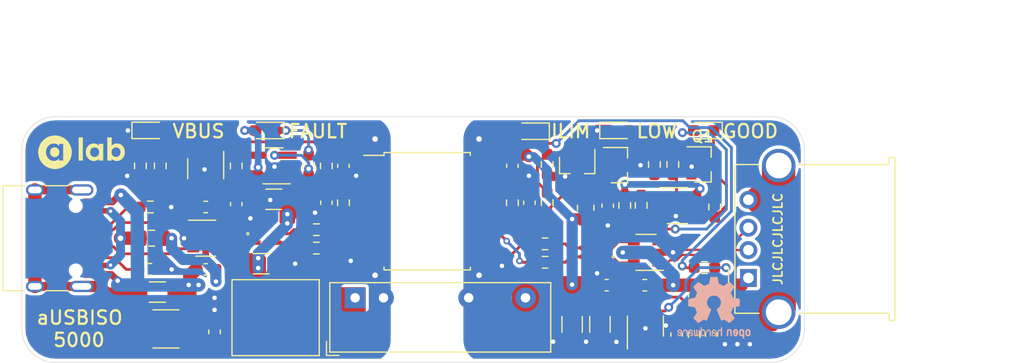
<source format=kicad_pcb>
(kicad_pcb (version 20171130) (host pcbnew "(5.1.10)-1")
  (layers (0 F.Cu signal) (31 B.Cu signal) (34 B.Paste user) (35 F.Paste user) (36 B.SilkS user) (37 F.SilkS user) (38 B.Mask user) (39 F.Mask user) (44 Edge.Cuts user))
  (net 0 "")
  (net 1 Earth)
  (net 2 VBUS)
  (net 3 GND1)
  (net 4 +5V)
  (net 5 VDD)
  (net 6 GND)
  (net 7 "Net-(D1-Pad2)")
  (net 8 "Net-(D3-Pad1)")
  (net 9 "Net-(D3-Pad2)")
  (net 10 "Net-(F1-Pad2)")
  (net 11 /UD_P)
  (net 12 "Net-(J1-PadB5)")
  (net 13 "Net-(J1-PadA8)")
  (net 14 /UD_N)
  (net 15 "Net-(J1-PadA5)")
  (net 16 "Net-(J1-PadB8)")
  (net 17 /DD_N)
  (net 18 /DD_P)
  (net 19 /UD2_N)
  (net 20 /UD2_P)
  (net 21 /UD1_P)
  (net 22 /UD1_N)
  (net 23 /DD1_N)
  (net 24 /DD1_P)
  (net 25 /DD2_P)
  (net 26 /DD2_N)
  (net 27 "Net-(Q1-Pad1)")
  (net 28 /UD3_N)
  (net 29 /UD3_P)
  (net 30 "Net-(R9-Pad2)")
  (net 31 "Net-(R11-Pad2)")
  (net 32 "Net-(R12-Pad2)")
  (net 33 /DD3_N)
  (net 34 /DD3_P)
  (net 35 "Net-(R17-Pad2)")
  (net 36 UV)
  (net 37 +5VP)
  (net 38 "Net-(L2-Pad2)")
  (net 39 "Net-(C7-Pad1)")
  (net 40 "Net-(C8-Pad1)")
  (net 41 "Net-(C3-Pad1)")
  (net 42 GNDA)
  (net 43 "Net-(C2-Pad1)")
  (net 44 "Net-(C12-Pad1)")
  (net 45 "Net-(D2-Pad1)")
  (net 46 "Net-(D4-Pad2)")
  (net 47 "Net-(R2-Pad2)")
  (net 48 "Net-(R6-Pad2)")
  (net 49 "Net-(R13-Pad2)")
  (net 50 "Net-(R16-Pad1)")
  (net 51 "Net-(R19-Pad1)")
  (net 52 "Net-(R23-Pad2)")
  (net 53 "Net-(D5-Pad1)")
  (net 54 "Net-(R24-Pad2)")
  (module Package_TO_SOT_SMD:SOT-23 (layer F.Cu) (at 144.7 70.676)
    (fp_text reference Q1 (at 0 -2.5) (layer F.SilkS))
    (fp_text value 2N7002)
    (pad 3 smd rect (at 1 0) (size 0.9 0.8) (layers F.Cu F.Paste F.Mask) (net 8 "Net-(D3-Pad1)"))
    (pad 2 smd rect (at -1 0.95) (size 0.9 0.8) (layers F.Cu F.Paste F.Mask) (net 6 GND))
    (pad 1 smd rect (at -1 -0.95) (size 0.9 0.8) (layers F.Cu F.Paste F.Mask) (net 27 "Net-(Q1-Pad1)"))
  )
  (module Resistor_SMD:R_0603_1608Metric_Pad0.98x0.95mm_HandSolder (layer F.Cu) (at 109.454 70.747 270)
    (fp_text reference R24 hide)
    (fp_text value 1k)
    (pad 1 smd roundrect (at -0.9125 0 270) (size 0.975 0.95) (layers F.Cu F.Paste F.Mask) (net 53 "Net-(D5-Pad1)"))
    (pad 2 smd roundrect (at 0.9125 0 270) (size 0.975 0.95) (layers F.Cu F.Paste F.Mask) (net 54 "Net-(R24-Pad2)"))
  )
  (module LED_SMD:LED_0603_1608Metric_Pad1.05x0.95mm_HandSolder (layer F.Cu) (at 105.5805 67.6355 180)
    (fp_text reference D5 hide)
    (fp_text value RED)
    (pad 2 smd roundrect (at 0.875 0 180) (size 1.05 0.95) (layers F.Cu F.Paste F.Mask) (net 41 "Net-(C3-Pad1)"))
    (pad 1 smd roundrect (at -0.875 0 180) (size 1.05 0.95) (layers F.Cu F.Paste F.Mask) (net 53 "Net-(D5-Pad1)"))
  )
  (module Symbol:OSHW-Logo2_7.3x6mm_SilkScreen (layer B.Cu) (at 145.7125 83.5105 180)
    (fp_text reference REF** hide)
    (fp_text value OSHW-Logo2_7.3x6mm_SilkScreen hide)
  )
  (module a.lab-kicad-footprints:logo_alab_8x3mm (layer F.Cu) (at 89.1975 69.5405)
    (fp_text reference G*** hide)
    (fp_text value LOGO hide)
  )
  (module Package_TO_SOT_SMD:SOT-23-5_HandSoldering (layer F.Cu) (at 106.265 70.8 180)
    (fp_text reference U3 hide)
    (fp_text value STMPS2171STR)
    (pad 5 smd rect (at 1.35 -0.95 180) (size 1.56 0.65) (layers F.Cu F.Paste F.Mask) (net 41 "Net-(C3-Pad1)"))
    (pad 4 smd rect (at 1.35 0.95 180) (size 1.56 0.65) (layers F.Cu F.Paste F.Mask) (net 48 "Net-(R6-Pad2)"))
    (pad 3 smd rect (at -1.35 0.95 180) (size 1.56 0.65) (layers F.Cu F.Paste F.Mask) (net 54 "Net-(R24-Pad2)"))
    (pad 2 smd rect (at -1.35 0 180) (size 1.56 0.65) (layers F.Cu F.Paste F.Mask) (net 3 GND1))
    (pad 1 smd rect (at -1.35 -0.95 180) (size 1.56 0.65) (layers F.Cu F.Paste F.Mask) (net 4 +5V))
  )
  (module Package_TO_SOT_SMD:SOT-23-6_Handsoldering (layer F.Cu) (at 139.5784 85.1488 90)
    (fp_text reference U5 hide)
    (fp_text value TPS2553DBVR)
    (pad 5 smd rect (at 1.35 0 90) (size 1.56 0.65) (layers F.Cu F.Paste F.Mask) (net 50 "Net-(R16-Pad1)"))
    (pad 6 smd rect (at 1.35 -0.95 90) (size 1.56 0.65) (layers F.Cu F.Paste F.Mask) (net 44 "Net-(C12-Pad1)"))
    (pad 4 smd rect (at 1.35 0.95 90) (size 1.56 0.65) (layers F.Cu F.Paste F.Mask) (net 31 "Net-(R11-Pad2)"))
    (pad 3 smd rect (at -1.35 0.95 90) (size 1.56 0.65) (layers F.Cu F.Paste F.Mask) (net 37 +5VP))
    (pad 2 smd rect (at -1.35 0 90) (size 1.56 0.65) (layers F.Cu F.Paste F.Mask) (net 6 GND))
    (pad 1 smd rect (at -1.35 -0.95 90) (size 1.56 0.65) (layers F.Cu F.Paste F.Mask) (net 37 +5VP))
  )
  (module Resistor_SMD:R_0603_1608Metric_Pad0.98x0.95mm_HandSolder (layer F.Cu) (at 143.9472 85.9108 270)
    (fp_text reference R16 hide)
    (fp_text value 120k)
    (pad 2 smd roundrect (at 0.9125 0 270) (size 0.975 0.95) (layers F.Cu F.Paste F.Mask) (net 6 GND))
    (pad 1 smd roundrect (at -0.9125 0 270) (size 0.975 0.95) (layers F.Cu F.Paste F.Mask) (net 50 "Net-(R16-Pad1)"))
  )
  (module Resistor_SMD:R_0603_1608Metric_Pad0.98x0.95mm_HandSolder (layer F.Cu) (at 144.8616 79.9164)
    (fp_text reference R11 hide)
    (fp_text value 1k)
    (pad 2 smd roundrect (at 0.9125 0) (size 0.975 0.95) (layers F.Cu F.Paste F.Mask) (net 31 "Net-(R11-Pad2)"))
    (pad 1 smd roundrect (at -0.9125 0) (size 0.975 0.95) (layers F.Cu F.Paste F.Mask) (net 45 "Net-(D2-Pad1)"))
  )
  (module LED_SMD:LED_0603_1608Metric_Pad1.05x0.95mm_HandSolder (layer F.Cu) (at 129.325 67.7 180)
    (fp_text reference D2 hide)
    (fp_text value RED)
    (pad 2 smd roundrect (at 0.875 0 180) (size 1.05 0.95) (layers F.Cu F.Paste F.Mask) (net 37 +5VP))
    (pad 1 smd roundrect (at -0.875 0 180) (size 1.05 0.95) (layers F.Cu F.Paste F.Mask) (net 45 "Net-(D2-Pad1)"))
  )
  (module Capacitor_SMD:C_0603_1608Metric_Pad1.08x0.95mm_HandSolder (layer F.Cu) (at 142.3724 85.9108 90)
    (fp_text reference C10 hide)
    (fp_text value 100n)
    (pad 2 smd roundrect (at 0.8625 0 90) (size 1.075 0.95) (layers F.Cu F.Paste F.Mask) (net 6 GND))
    (pad 1 smd roundrect (at -0.8625 0 90) (size 1.075 0.95) (layers F.Cu F.Paste F.Mask) (net 37 +5VP))
  )
  (module Package_SO:SOIC-16W_7.5x10.3mm_P1.27mm (layer F.Cu) (at 120.062 74.867)
    (fp_text reference U4 hide)
    (fp_text value ADUM4160)
    (pad 1 smd roundrect (at -4.65 -4.445) (size 2.05 0.6) (layers F.Cu F.Paste F.Mask) (net 4 +5V))
    (pad 2 smd roundrect (at -4.65 -3.175) (size 2.05 0.6) (layers F.Cu F.Paste F.Mask) (net 3 GND1))
    (pad 3 smd roundrect (at -4.65 -1.905) (size 2.05 0.6) (layers F.Cu F.Paste F.Mask) (net 39 "Net-(C7-Pad1)"))
    (pad 4 smd roundrect (at -4.65 -0.635) (size 2.05 0.6) (layers F.Cu F.Paste F.Mask) (net 39 "Net-(C7-Pad1)"))
    (pad 5 smd roundrect (at -4.65 0.635) (size 2.05 0.6) (layers F.Cu F.Paste F.Mask) (net 30 "Net-(R9-Pad2)"))
    (pad 6 smd roundrect (at -4.65 1.905) (size 2.05 0.6) (layers F.Cu F.Paste F.Mask) (net 28 /UD3_N))
    (pad 7 smd roundrect (at -4.65 3.175) (size 2.05 0.6) (layers F.Cu F.Paste F.Mask) (net 29 /UD3_P))
    (pad 8 smd roundrect (at -4.65 4.445) (size 2.05 0.6) (layers F.Cu F.Paste F.Mask) (net 3 GND1))
    (pad 9 smd roundrect (at 4.65 4.445) (size 2.05 0.6) (layers F.Cu F.Paste F.Mask) (net 6 GND))
    (pad 10 smd roundrect (at 4.65 3.175) (size 2.05 0.6) (layers F.Cu F.Paste F.Mask) (net 34 /DD3_P))
    (pad 11 smd roundrect (at 4.65 1.905) (size 2.05 0.6) (layers F.Cu F.Paste F.Mask) (net 33 /DD3_N))
    (pad 12 smd roundrect (at 4.65 0.635) (size 2.05 0.6) (layers F.Cu F.Paste F.Mask) (net 40 "Net-(C8-Pad1)"))
    (pad 13 smd roundrect (at 4.65 -0.635) (size 2.05 0.6) (layers F.Cu F.Paste F.Mask) (net 49 "Net-(R13-Pad2)"))
    (pad 14 smd roundrect (at 4.65 -1.905) (size 2.05 0.6) (layers F.Cu F.Paste F.Mask) (net 40 "Net-(C8-Pad1)"))
    (pad 15 smd roundrect (at 4.65 -3.175) (size 2.05 0.6) (layers F.Cu F.Paste F.Mask) (net 6 GND))
    (pad 16 smd roundrect (at 4.65 -4.445) (size 2.05 0.6) (layers F.Cu F.Paste F.Mask) (net 37 +5VP))
  )
  (module Inductor_SMD:L_0603_1608Metric_Pad1.05x0.95mm_HandSolder (layer F.Cu) (at 145.4712 85.9108 90)
    (fp_text reference FB4 hide)
    (fp_text value BLM18PG221)
    (pad 1 smd roundrect (at -0.875 0 90) (size 1.05 0.95) (layers F.Cu F.Paste F.Mask) (net 6 GND))
    (pad 2 smd roundrect (at 0.875 0 90) (size 1.05 0.95) (layers F.Cu F.Paste F.Mask) (net 42 GNDA))
  )
  (module Package_TO_SOT_SMD:SOT-23-6 (layer F.Cu) (at 139.6365 78.5495 180)
    (fp_text reference U8 hide)
    (fp_text value USBLC6-2SC6)
    (pad 5 smd rect (at 1.1 0 180) (size 1.06 0.65) (layers F.Cu F.Paste F.Mask) (net 5 VDD))
    (pad 6 smd rect (at 1.1 -0.95 180) (size 1.06 0.65) (layers F.Cu F.Paste F.Mask) (net 23 /DD1_N))
    (pad 4 smd rect (at 1.1 0.95 180) (size 1.06 0.65) (layers F.Cu F.Paste F.Mask) (net 24 /DD1_P))
    (pad 3 smd rect (at -1.1 0.95 180) (size 1.06 0.65) (layers F.Cu F.Paste F.Mask) (net 18 /DD_P))
    (pad 2 smd rect (at -1.1 0 180) (size 1.06 0.65) (layers F.Cu F.Paste F.Mask) (net 6 GND))
    (pad 1 smd rect (at -1.1 -0.95 180) (size 1.06 0.65) (layers F.Cu F.Paste F.Mask) (net 17 /DD_N))
  )
  (module a.lab-kicad-footprints:USB_A_TE_292303-1 (layer F.Cu) (at 148.7925 80.8435 90)
    (fp_text reference J2 hide)
    (fp_text value 292303-1)
    (pad 4 thru_hole circle (at 7 0 90) (size 1.6 1.6) (drill 0.95) (layers *.Cu *.Mask) (net 42 GNDA))
    (pad 3 thru_hole circle (at 4.5 0 90) (size 1.6 1.6) (drill 0.95) (layers *.Cu *.Mask) (net 18 /DD_P))
    (pad 2 thru_hole circle (at 2.5 0 90) (size 1.6 1.6) (drill 0.95) (layers *.Cu *.Mask) (net 17 /DD_N))
    (pad 1 thru_hole rect (at 0 0 90) (size 1.6 1.5) (drill 0.95) (layers *.Cu *.Mask) (net 5 VDD))
    (pad 5 thru_hole circle (at 10.07 2.71 90) (size 3 3) (drill 2.3) (layers *.Cu *.Mask) (net 42 GNDA))
    (pad 5 thru_hole circle (at -3.07 2.71 90) (size 3 3) (drill 2.3) (layers *.Cu *.Mask) (net 42 GNDA))
  )
  (module a.lab-kicad-footprints:Converter_DCDC_AIMTEC_AM1D-xxxxxxxxZ3000-6200 (layer F.Cu) (at 113.6135 82.6215 90)
    (fp_text reference PS1 hide)
    (fp_text value AM1D-0505SH60Z)
    (pad 5 thru_hole circle (at 0 10.16 90) (size 1.85 1.85) (drill 0.85) (layers *.Cu *.Mask) (net 6 GND))
    (pad 2 thru_hole circle (at 0 2.54 90) (size 1.85 1.85) (drill 0.85) (layers *.Cu *.Mask) (net 3 GND1))
    (pad 1 thru_hole rect (at 0 0 90) (size 1.85 1.85) (drill 0.85) (layers *.Cu *.Mask) (net 38 "Net-(L2-Pad2)"))
    (pad 7 thru_hole circle (at 0 15.24 90) (size 1.85 1.85) (drill 0.85) (layers *.Cu *.Mask) (net 37 +5VP))
  )
  (module Capacitor_SMD:C_1206_3216Metric_Pad1.33x1.80mm_HandSolder (layer F.Cu) (at 135.5144 84.9964 270)
    (fp_text reference C12 hide)
    (fp_text value 22u)
    (pad 2 smd roundrect (at 1.5625 0 270) (size 1.325 1.8) (layers F.Cu F.Paste F.Mask) (roundrect_rratio 0.1886769811320755) (net 6 GND))
    (pad 1 smd roundrect (at -1.5625 0 270) (size 1.325 1.8) (layers F.Cu F.Paste F.Mask) (roundrect_rratio 0.1886769811320755) (net 44 "Net-(C12-Pad1)"))
  )
  (module Connector_USB:USB_C_Receptacle_HRO_TYPE-C-31-M-12 (layer F.Cu) (at 86.026 77.28 270)
    (fp_text reference J1 hide)
    (fp_text value TYPE-C-31-M-12)
    (pad S1 thru_hole oval (at 4.32 1.05 270) (size 1 1.6) (drill oval 0.6 1.2) (layers *.Cu *.Mask) (net 43 "Net-(C2-Pad1)"))
    (pad "" np_thru_hole circle (at 2.89 -2.6 270) (size 0.65 0.65) (drill 0.65) (layers *.Cu *.Mask))
    (pad S1 thru_hole oval (at -4.32 1.05 270) (size 1 1.6) (drill oval 0.6 1.2) (layers *.Cu *.Mask) (net 43 "Net-(C2-Pad1)"))
    (pad "" np_thru_hole circle (at -2.89 -2.6 270) (size 0.65 0.65) (drill 0.65) (layers *.Cu *.Mask))
    (pad S1 thru_hole oval (at -4.32 -3.13 270) (size 1 2.1) (drill oval 0.6 1.7) (layers *.Cu *.Mask) (net 43 "Net-(C2-Pad1)"))
    (pad S1 thru_hole oval (at 4.32 -3.13 270) (size 1 2.1) (drill oval 0.6 1.7) (layers *.Cu *.Mask) (net 43 "Net-(C2-Pad1)"))
    (pad A6 smd rect (at -0.25 -4.045 270) (size 0.3 1.45) (layers F.Cu F.Paste F.Mask) (net 11 /UD_P))
    (pad B5 smd rect (at 1.75 -4.045 270) (size 0.3 1.45) (layers F.Cu F.Paste F.Mask) (net 12 "Net-(J1-PadB5)"))
    (pad A8 smd rect (at 1.25 -4.045 270) (size 0.3 1.45) (layers F.Cu F.Paste F.Mask) (net 13 "Net-(J1-PadA8)"))
    (pad B6 smd rect (at 0.75 -4.045 270) (size 0.3 1.45) (layers F.Cu F.Paste F.Mask) (net 11 /UD_P))
    (pad A7 smd rect (at 0.25 -4.045 270) (size 0.3 1.45) (layers F.Cu F.Paste F.Mask) (net 14 /UD_N))
    (pad B7 smd rect (at -0.75 -4.045 270) (size 0.3 1.45) (layers F.Cu F.Paste F.Mask) (net 14 /UD_N))
    (pad A5 smd rect (at -1.25 -4.045 270) (size 0.3 1.45) (layers F.Cu F.Paste F.Mask) (net 15 "Net-(J1-PadA5)"))
    (pad B8 smd rect (at -1.75 -4.045 270) (size 0.3 1.45) (layers F.Cu F.Paste F.Mask) (net 16 "Net-(J1-PadB8)"))
    (pad A12 smd rect (at 3.25 -4.045 270) (size 0.6 1.45) (layers F.Cu F.Paste F.Mask) (net 1 Earth))
    (pad B4 smd rect (at 2.45 -4.045 270) (size 0.6 1.45) (layers F.Cu F.Paste F.Mask) (net 10 "Net-(F1-Pad2)"))
    (pad A4 smd rect (at -2.45 -4.045 270) (size 0.6 1.45) (layers F.Cu F.Paste F.Mask) (net 10 "Net-(F1-Pad2)"))
    (pad A1 smd rect (at -3.25 -4.045 270) (size 0.6 1.45) (layers F.Cu F.Paste F.Mask) (net 1 Earth))
    (pad B12 smd rect (at -3.25 -4.045 270) (size 0.6 1.45) (layers F.Cu F.Paste F.Mask) (net 1 Earth))
    (pad B9 smd rect (at -2.45 -4.045 270) (size 0.6 1.45) (layers F.Cu F.Paste F.Mask) (net 10 "Net-(F1-Pad2)"))
    (pad A9 smd rect (at 2.45 -4.045 270) (size 0.6 1.45) (layers F.Cu F.Paste F.Mask) (net 10 "Net-(F1-Pad2)"))
    (pad B1 smd rect (at 3.25 -4.045 270) (size 0.6 1.45) (layers F.Cu F.Paste F.Mask) (net 1 Earth))
  )
  (module a.lab-kicad-footprints:ACM2012 (layer F.Cu) (at 135.001 78.5495 180)
    (fp_text reference L3 hide)
    (fp_text value ACM2012)
    (pad 1 smd rect (at -0.925 -0.4 180) (size 0.75 0.4) (layers F.Cu F.Paste F.Mask) (net 23 /DD1_N))
    (pad 2 smd rect (at -0.925 0.4 180) (size 0.75 0.4) (layers F.Cu F.Paste F.Mask) (net 24 /DD1_P))
    (pad 3 smd rect (at 0.925 0.4 180) (size 0.75 0.4) (layers F.Cu F.Paste F.Mask) (net 25 /DD2_P))
    (pad 4 smd rect (at 0.925 -0.4 180) (size 0.75 0.4) (layers F.Cu F.Paste F.Mask) (net 26 /DD2_N))
  )
  (module a.lab-kicad-footprints:ACM2012 (layer F.Cu) (at 105.711 77.28)
    (fp_text reference L1 hide)
    (fp_text value ACM2012)
    (pad 1 smd rect (at -0.925 -0.4) (size 0.75 0.4) (layers F.Cu F.Paste F.Mask) (net 22 /UD1_N))
    (pad 2 smd rect (at -0.925 0.4) (size 0.75 0.4) (layers F.Cu F.Paste F.Mask) (net 21 /UD1_P))
    (pad 3 smd rect (at 0.925 0.4) (size 0.75 0.4) (layers F.Cu F.Paste F.Mask) (net 20 /UD2_P))
    (pad 4 smd rect (at 0.925 -0.4) (size 0.75 0.4) (layers F.Cu F.Paste F.Mask) (net 19 /UD2_N))
  )
  (module Resistor_SMD:R_0603_1608Metric_Pad0.98x0.95mm_HandSolder (layer F.Cu) (at 95.297 74.486)
    (fp_text reference R5 hide)
    (fp_text value 5.1k)
    (pad 1 smd roundrect (at -0.9125 0) (size 0.975 0.95) (layers F.Cu F.Paste F.Mask) (net 15 "Net-(J1-PadA5)"))
    (pad 2 smd roundrect (at 0.9125 0) (size 0.975 0.95) (layers F.Cu F.Paste F.Mask) (net 3 GND1))
  )
  (module Capacitor_SMD:C_1812_4532Metric_Pad1.57x3.40mm_HandSolder (layer F.Cu) (at 96.694 85.408)
    (fp_text reference C2 hide)
    (fp_text value 4.7n/2kV)
    (pad 1 smd roundrect (at -2.1375 0) (size 1.575 3.4) (layers F.Cu F.Paste F.Mask) (roundrect_rratio 0.1587288888888889) (net 43 "Net-(C2-Pad1)"))
    (pad 2 smd roundrect (at 2.1375 0) (size 1.575 3.4) (layers F.Cu F.Paste F.Mask) (roundrect_rratio 0.1587288888888889) (net 1 Earth))
  )
  (module Capacitor_SMD:C_0603_1608Metric_Pad1.08x0.95mm_HandSolder (layer F.Cu) (at 100.25 80.074 180)
    (fp_text reference C1 hide)
    (fp_text value 10n)
    (pad 2 smd roundrect (at 0.8625 0 180) (size 1.075 0.95) (layers F.Cu F.Paste F.Mask) (net 1 Earth))
    (pad 1 smd roundrect (at -0.8625 0 180) (size 1.075 0.95) (layers F.Cu F.Paste F.Mask) (net 2 VBUS))
  )
  (module Capacitor_SMD:C_0603_1608Metric_Pad1.08x0.95mm_HandSolder (layer F.Cu) (at 102.9805 74.232 270)
    (fp_text reference C3 hide)
    (fp_text value 100n)
    (pad 2 smd roundrect (at 0.8625 0 270) (size 1.075 0.95) (layers F.Cu F.Paste F.Mask) (net 3 GND1))
    (pad 1 smd roundrect (at -0.8625 0 270) (size 1.075 0.95) (layers F.Cu F.Paste F.Mask) (net 41 "Net-(C3-Pad1)"))
  )
  (module Capacitor_SMD:C_1206_3216Metric_Pad1.33x1.80mm_HandSolder (layer F.Cu) (at 106.3425 73.795 180)
    (fp_text reference C4 hide)
    (fp_text value 22u)
    (pad 2 smd roundrect (at 1.5625 0 180) (size 1.325 1.8) (layers F.Cu F.Paste F.Mask) (roundrect_rratio 0.1886769811320755) (net 3 GND1))
    (pad 1 smd roundrect (at -1.5625 0 180) (size 1.325 1.8) (layers F.Cu F.Paste F.Mask) (roundrect_rratio 0.1886769811320755) (net 4 +5V))
  )
  (module Capacitor_SMD:C_1206_3216Metric_Pad1.33x1.80mm_HandSolder (layer F.Cu) (at 105.203 79.566)
    (fp_text reference C5 hide)
    (fp_text value 2.2u)
    (pad 1 smd roundrect (at -1.5625 0) (size 1.325 1.8) (layers F.Cu F.Paste F.Mask) (roundrect_rratio 0.1886769811320755) (net 4 +5V))
    (pad 2 smd roundrect (at 1.5625 0) (size 1.325 1.8) (layers F.Cu F.Paste F.Mask) (roundrect_rratio 0.1886769811320755) (net 3 GND1))
  )
  (module Capacitor_SMD:C_0603_1608Metric_Pad1.08x0.95mm_HandSolder (layer F.Cu) (at 112.569 70.803 270)
    (fp_text reference C6 hide)
    (fp_text value 100n)
    (pad 1 smd roundrect (at -0.8625 0 270) (size 1.075 0.95) (layers F.Cu F.Paste F.Mask) (net 4 +5V))
    (pad 2 smd roundrect (at 0.8625 0 270) (size 1.075 0.95) (layers F.Cu F.Paste F.Mask) (net 3 GND1))
  )
  (module Capacitor_SMD:C_0603_1608Metric_Pad1.08x0.95mm_HandSolder (layer F.Cu) (at 111.045 74.105 270)
    (fp_text reference C7 hide)
    (fp_text value 100n)
    (pad 1 smd roundrect (at -0.8625 0 270) (size 1.075 0.95) (layers F.Cu F.Paste F.Mask) (net 39 "Net-(C7-Pad1)"))
    (pad 2 smd roundrect (at 0.8625 0 270) (size 1.075 0.95) (layers F.Cu F.Paste F.Mask) (net 3 GND1))
  )
  (module Capacitor_SMD:C_0603_1608Metric_Pad1.08x0.95mm_HandSolder (layer F.Cu) (at 129.206 74.105 90)
    (fp_text reference C8 hide)
    (fp_text value 100n)
    (pad 2 smd roundrect (at 0.8625 0 90) (size 1.075 0.95) (layers F.Cu F.Paste F.Mask) (net 6 GND))
    (pad 1 smd roundrect (at -0.8625 0 90) (size 1.075 0.95) (layers F.Cu F.Paste F.Mask) (net 40 "Net-(C8-Pad1)"))
  )
  (module Capacitor_SMD:C_1206_3216Metric_Pad1.33x1.80mm_HandSolder (layer F.Cu) (at 133.0252 84.9964 270)
    (fp_text reference C9 hide)
    (fp_text value 10u)
    (pad 1 smd roundrect (at -1.5625 0 270) (size 1.325 1.8) (layers F.Cu F.Paste F.Mask) (roundrect_rratio 0.1886769811320755) (net 37 +5VP))
    (pad 2 smd roundrect (at 1.5625 0 270) (size 1.325 1.8) (layers F.Cu F.Paste F.Mask) (roundrect_rratio 0.1886769811320755) (net 6 GND))
  )
  (module Capacitor_SMD:C_0603_1608Metric_Pad1.08x0.95mm_HandSolder (layer F.Cu) (at 136.2075 74.3585 270)
    (fp_text reference C11 hide)
    (fp_text value 100n)
    (pad 1 smd roundrect (at -0.8625 0 270) (size 1.075 0.95) (layers F.Cu F.Paste F.Mask) (net 37 +5VP))
    (pad 2 smd roundrect (at 0.8625 0 270) (size 1.075 0.95) (layers F.Cu F.Paste F.Mask) (net 6 GND))
  )
  (module Capacitor_SMD:C_0603_1608Metric_Pad1.08x0.95mm_HandSolder (layer F.Cu) (at 136.124 81.4912 180)
    (fp_text reference C14 hide)
    (fp_text value 100n)
    (pad 1 smd roundrect (at -0.8625 0 180) (size 1.075 0.95) (layers F.Cu F.Paste F.Mask) (net 44 "Net-(C12-Pad1)"))
    (pad 2 smd roundrect (at 0.8625 0 180) (size 1.075 0.95) (layers F.Cu F.Paste F.Mask) (net 6 GND))
  )
  (module Capacitor_SMD:C_0603_1608Metric_Pad1.08x0.95mm_HandSolder (layer F.Cu) (at 143.9472 82.4056 270)
    (fp_text reference C15 hide)
    (fp_text value 10n)
    (pad 2 smd roundrect (at 0.8625 0 270) (size 1.075 0.95) (layers F.Cu F.Paste F.Mask) (net 42 GNDA))
    (pad 1 smd roundrect (at -0.8625 0 270) (size 1.075 0.95) (layers F.Cu F.Paste F.Mask) (net 5 VDD))
  )
  (module Capacitor_SMD:C_0603_1608Metric_Pad1.08x0.95mm_HandSolder (layer F.Cu) (at 127.682 70.803 270)
    (fp_text reference C13 hide)
    (fp_text value 100n)
    (pad 1 smd roundrect (at -0.8625 0 270) (size 1.075 0.95) (layers F.Cu F.Paste F.Mask) (net 37 +5VP))
    (pad 2 smd roundrect (at 0.8625 0 270) (size 1.075 0.95) (layers F.Cu F.Paste F.Mask) (net 6 GND))
  )
  (module LED_SMD:LED_0603_1608Metric_Pad1.05x0.95mm_HandSolder (layer F.Cu) (at 95.3135 67.6275)
    (fp_text reference D1 hide)
    (fp_text value GRN)
    (pad 1 smd roundrect (at -0.875 0) (size 1.05 0.95) (layers F.Cu F.Paste F.Mask) (net 3 GND1))
    (pad 2 smd roundrect (at 0.875 0) (size 1.05 0.95) (layers F.Cu F.Paste F.Mask) (net 7 "Net-(D1-Pad2)"))
  )
  (module LED_SMD:LED_0603_1608Metric_Pad1.05x0.95mm_HandSolder (layer F.Cu) (at 137.16 67.6275)
    (fp_text reference D4 hide)
    (fp_text value YEL)
    (pad 2 smd roundrect (at 0.875 0) (size 1.05 0.95) (layers F.Cu F.Paste F.Mask) (net 46 "Net-(D4-Pad2)"))
    (pad 1 smd roundrect (at -0.875 0) (size 1.05 0.95) (layers F.Cu F.Paste F.Mask) (net 6 GND))
  )
  (module LED_SMD:LED_0603_1608Metric_Pad1.05x0.95mm_HandSolder (layer F.Cu) (at 144.792 67.6355 180)
    (fp_text reference D3 hide)
    (fp_text value GRN)
    (pad 1 smd roundrect (at -0.875 0 180) (size 1.05 0.95) (layers F.Cu F.Paste F.Mask) (net 8 "Net-(D3-Pad1)"))
    (pad 2 smd roundrect (at 0.875 0 180) (size 1.05 0.95) (layers F.Cu F.Paste F.Mask) (net 9 "Net-(D3-Pad2)"))
  )
  (module Fuse:Fuse_0805_2012Metric_Pad1.15x1.40mm_HandSolder (layer F.Cu) (at 95.424 77.28 180)
    (fp_text reference F1 hide)
    (fp_text value 0805L050)
    (pad 1 smd roundrect (at -1.025 0 180) (size 1.15 1.4) (layers F.Cu F.Paste F.Mask) (roundrect_rratio 0.2173904347826087) (net 2 VBUS))
    (pad 2 smd roundrect (at 1.025 0 180) (size 1.15 1.4) (layers F.Cu F.Paste F.Mask) (roundrect_rratio 0.2173904347826087) (net 10 "Net-(F1-Pad2)"))
  )
  (module Inductor_SMD:L_0603_1608Metric_Pad1.05x0.95mm_HandSolder (layer F.Cu) (at 100.25 74.486 180)
    (fp_text reference FB1 hide)
    (fp_text value BLM18PG221)
    (pad 2 smd roundrect (at 0.875 0 180) (size 1.05 0.95) (layers F.Cu F.Paste F.Mask) (net 41 "Net-(C3-Pad1)"))
    (pad 1 smd roundrect (at -0.875 0 180) (size 1.05 0.95) (layers F.Cu F.Paste F.Mask) (net 2 VBUS))
  )
  (module Inductor_SMD:L_0603_1608Metric_Pad1.05x0.95mm_HandSolder (layer F.Cu) (at 101.0405 85.6695 90)
    (fp_text reference FB2 hide)
    (fp_text value BLM18PG221)
    (pad 1 smd roundrect (at -0.875 0 90) (size 1.05 0.95) (layers F.Cu F.Paste F.Mask) (net 1 Earth))
    (pad 2 smd roundrect (at 0.875 0 90) (size 1.05 0.95) (layers F.Cu F.Paste F.Mask) (net 3 GND1))
  )
  (module Inductor_SMD:L_0603_1608Metric_Pad1.05x0.95mm_HandSolder (layer F.Cu) (at 139.5276 81.4912 180)
    (fp_text reference FB3 hide)
    (fp_text value BLM18PG221)
    (pad 2 smd roundrect (at 0.875 0 180) (size 1.05 0.95) (layers F.Cu F.Paste F.Mask) (net 44 "Net-(C12-Pad1)"))
    (pad 1 smd roundrect (at -0.875 0 180) (size 1.05 0.95) (layers F.Cu F.Paste F.Mask) (net 5 VDD))
  )
  (module a.lab-kicad-footprints:INDP5858X480N (layer F.Cu) (at 106.5015 84.3995)
    (fp_text reference L2 hide)
    (fp_text value 18uH)
    (pad 2 smd rect (at 2.1 0) (size 2.8 5.85) (layers F.Cu F.Paste F.Mask) (net 38 "Net-(L2-Pad2)"))
    (pad 1 smd rect (at -2.1 0) (size 2.8 5.85) (layers F.Cu F.Paste F.Mask) (net 4 +5V))
  )
  (module Resistor_SMD:R_1206_3216Metric_Pad1.30x1.75mm_HandSolder (layer F.Cu) (at 95.932 82.106)
    (fp_text reference R1 hide)
    (fp_text value 1M)
    (pad 1 smd roundrect (at -1.55 0) (size 1.3 1.75) (layers F.Cu F.Paste F.Mask) (roundrect_rratio 0.1923069230769231) (net 43 "Net-(C2-Pad1)"))
    (pad 2 smd roundrect (at 1.55 0) (size 1.3 1.75) (layers F.Cu F.Paste F.Mask) (roundrect_rratio 0.1923069230769231) (net 1 Earth))
  )
  (module Resistor_SMD:R_0603_1608Metric_Pad0.98x0.95mm_HandSolder (layer F.Cu) (at 95.17 80.074)
    (fp_text reference R4 hide)
    (fp_text value 5.1k)
    (pad 2 smd roundrect (at 0.9125 0) (size 0.975 0.95) (layers F.Cu F.Paste F.Mask) (net 3 GND1))
    (pad 1 smd roundrect (at -0.9125 0) (size 0.975 0.95) (layers F.Cu F.Paste F.Mask) (net 12 "Net-(J1-PadB5)"))
  )
  (module Resistor_SMD:R_0603_1608Metric_Pad0.98x0.95mm_HandSolder (layer F.Cu) (at 96.186 70.803 90)
    (fp_text reference R2 hide)
    (fp_text value 43k)
    (pad 2 smd roundrect (at 0.9125 0 90) (size 0.975 0.95) (layers F.Cu F.Paste F.Mask) (net 47 "Net-(R2-Pad2)"))
    (pad 1 smd roundrect (at -0.9125 0 90) (size 0.975 0.95) (layers F.Cu F.Paste F.Mask) (net 41 "Net-(C3-Pad1)"))
  )
  (module Resistor_SMD:R_0603_1608Metric_Pad0.98x0.95mm_HandSolder (layer F.Cu) (at 94.408 70.803 270)
    (fp_text reference R3 hide)
    (fp_text value 15k)
    (pad 1 smd roundrect (at -0.9125 0 270) (size 0.975 0.95) (layers F.Cu F.Paste F.Mask) (net 47 "Net-(R2-Pad2)"))
    (pad 2 smd roundrect (at 0.9125 0 270) (size 0.975 0.95) (layers F.Cu F.Paste F.Mask) (net 3 GND1))
  )
  (module Resistor_SMD:R_0603_1608Metric_Pad0.98x0.95mm_HandSolder (layer F.Cu) (at 102.9805 70.803 90)
    (fp_text reference R6 hide)
    (fp_text value 10k)
    (pad 2 smd roundrect (at 0.9125 0 90) (size 0.975 0.95) (layers F.Cu F.Paste F.Mask) (net 48 "Net-(R6-Pad2)"))
    (pad 1 smd roundrect (at -0.9125 0 90) (size 0.975 0.95) (layers F.Cu F.Paste F.Mask) (net 41 "Net-(C3-Pad1)"))
  )
  (module Resistor_SMD:R_0603_1608Metric_Pad0.98x0.95mm_HandSolder (layer F.Cu) (at 110.156 76.518 180)
    (fp_text reference R7 hide)
    (fp_text value 22)
    (pad 2 smd roundrect (at 0.9125 0 180) (size 0.975 0.95) (layers F.Cu F.Paste F.Mask) (net 19 /UD2_N))
    (pad 1 smd roundrect (at -0.9125 0 180) (size 0.975 0.95) (layers F.Cu F.Paste F.Mask) (net 28 /UD3_N))
  )
  (module Resistor_SMD:R_0603_1608Metric_Pad0.98x0.95mm_HandSolder (layer F.Cu) (at 110.156 78.169 180)
    (fp_text reference R8 hide)
    (fp_text value 22)
    (pad 2 smd roundrect (at 0.9125 0 180) (size 0.975 0.95) (layers F.Cu F.Paste F.Mask) (net 20 /UD2_P))
    (pad 1 smd roundrect (at -0.9125 0 180) (size 0.975 0.95) (layers F.Cu F.Paste F.Mask) (net 29 /UD3_P))
  )
  (module Resistor_SMD:R_0603_1608Metric_Pad0.98x0.95mm_HandSolder (layer F.Cu) (at 112.569 74.105 270)
    (fp_text reference R9 hide)
    (fp_text value 10k)
    (pad 1 smd roundrect (at -0.9125 0 270) (size 0.975 0.95) (layers F.Cu F.Paste F.Mask) (net 39 "Net-(C7-Pad1)"))
    (pad 2 smd roundrect (at 0.9125 0 270) (size 0.975 0.95) (layers F.Cu F.Paste F.Mask) (net 30 "Net-(R9-Pad2)"))
  )
  (module Resistor_SMD:R_0603_1608Metric_Pad0.98x0.95mm_HandSolder (layer F.Cu) (at 111.0415 70.803 90)
    (fp_text reference R10 hide)
    (fp_text value 1k)
    (pad 1 smd roundrect (at -0.9125 0 90) (size 0.975 0.95) (layers F.Cu F.Paste F.Mask) (net 4 +5V))
    (pad 2 smd roundrect (at 0.9125 0 90) (size 0.975 0.95) (layers F.Cu F.Paste F.Mask) (net 7 "Net-(D1-Pad2)"))
  )
  (module Resistor_SMD:R_0805_2012Metric_Pad1.20x1.40mm_HandSolder (layer F.Cu) (at 134.239 74.549 90)
    (fp_text reference R12 hide)
    (fp_text value 82)
    (pad 1 smd roundrect (at -1 0 90) (size 1.2 1.4) (layers F.Cu F.Paste F.Mask) (roundrect_rratio 0.2083325) (net 37 +5VP))
    (pad 2 smd roundrect (at 1 0 90) (size 1.2 1.4) (layers F.Cu F.Paste F.Mask) (roundrect_rratio 0.2083325) (net 32 "Net-(R12-Pad2)"))
  )
  (module Resistor_SMD:R_0603_1608Metric_Pad0.98x0.95mm_HandSolder (layer F.Cu) (at 127.682 74.105 270)
    (fp_text reference R13 hide)
    (fp_text value 10k)
    (pad 1 smd roundrect (at -0.9125 0 270) (size 0.975 0.95) (layers F.Cu F.Paste F.Mask) (net 40 "Net-(C8-Pad1)"))
    (pad 2 smd roundrect (at 0.9125 0 270) (size 0.975 0.95) (layers F.Cu F.Paste F.Mask) (net 49 "Net-(R13-Pad2)"))
  )
  (module Resistor_SMD:R_0603_1608Metric_Pad0.98x0.95mm_HandSolder (layer F.Cu) (at 130.603 79.439 180)
    (fp_text reference R14 hide)
    (fp_text value 22)
    (pad 1 smd roundrect (at -0.9125 0 180) (size 0.975 0.95) (layers F.Cu F.Paste F.Mask) (net 26 /DD2_N))
    (pad 2 smd roundrect (at 0.9125 0 180) (size 0.975 0.95) (layers F.Cu F.Paste F.Mask) (net 33 /DD3_N))
  )
  (module Resistor_SMD:R_0603_1608Metric_Pad0.98x0.95mm_HandSolder (layer F.Cu) (at 130.603 77.788 180)
    (fp_text reference R15 hide)
    (fp_text value 22)
    (pad 1 smd roundrect (at -0.9125 0 180) (size 0.975 0.95) (layers F.Cu F.Paste F.Mask) (net 25 /DD2_P))
    (pad 2 smd roundrect (at 0.9125 0 180) (size 0.975 0.95) (layers F.Cu F.Paste F.Mask) (net 34 /DD3_P))
  )
  (module Resistor_SMD:R_0603_1608Metric_Pad0.98x0.95mm_HandSolder (layer F.Cu) (at 130.7935 74.105 90)
    (fp_text reference R17 hide)
    (fp_text value 1k)
    (pad 1 smd roundrect (at -0.9125 0 90) (size 0.975 0.95) (layers F.Cu F.Paste F.Mask) (net 32 "Net-(R12-Pad2)"))
    (pad 2 smd roundrect (at 0.9125 0 90) (size 0.975 0.95) (layers F.Cu F.Paste F.Mask) (net 35 "Net-(R17-Pad2)"))
  )
  (module Resistor_SMD:R_0603_1608Metric_Pad0.98x0.95mm_HandSolder (layer F.Cu) (at 130.7935 70.676 270)
    (fp_text reference R18 hide)
    (fp_text value 3k)
    (pad 2 smd roundrect (at 0.9125 0 270) (size 0.975 0.95) (layers F.Cu F.Paste F.Mask) (net 6 GND))
    (pad 1 smd roundrect (at -0.9125 0 270) (size 0.975 0.95) (layers F.Cu F.Paste F.Mask) (net 35 "Net-(R17-Pad2)"))
  )
  (module Resistor_SMD:R_0603_1608Metric_Pad0.98x0.95mm_HandSolder (layer F.Cu) (at 145.7795 74.486 90)
    (fp_text reference R23 hide)
    (fp_text value 1k)
    (pad 2 smd roundrect (at 0.9125 0 90) (size 0.975 0.95) (layers F.Cu F.Paste F.Mask) (net 52 "Net-(R23-Pad2)"))
    (pad 1 smd roundrect (at -0.9125 0 90) (size 0.975 0.95) (layers F.Cu F.Paste F.Mask) (net 46 "Net-(D4-Pad2)"))
  )
  (module Resistor_SMD:R_0603_1608Metric_Pad0.98x0.95mm_HandSolder (layer F.Cu) (at 140.382 70.676 270)
    (fp_text reference R19 hide)
    (fp_text value 1k)
    (pad 2 smd roundrect (at 0.9125 0 270) (size 0.975 0.95) (layers F.Cu F.Paste F.Mask) (net 36 UV))
    (pad 1 smd roundrect (at -0.9125 0 270) (size 0.975 0.95) (layers F.Cu F.Paste F.Mask) (net 51 "Net-(R19-Pad1)"))
  )
  (module Resistor_SMD:R_0603_1608Metric_Pad0.98x0.95mm_HandSolder (layer F.Cu) (at 137.7315 74.3585 270)
    (fp_text reference R20 hide)
    (fp_text value 10k)
    (pad 2 smd roundrect (at 0.9125 0 270) (size 0.975 0.95) (layers F.Cu F.Paste F.Mask) (net 36 UV))
    (pad 1 smd roundrect (at -0.9125 0 270) (size 0.975 0.95) (layers F.Cu F.Paste F.Mask) (net 37 +5VP))
  )
  (module Resistor_SMD:R_0603_1608Metric_Pad0.98x0.95mm_HandSolder (layer F.Cu) (at 142.033 70.676 90)
    (fp_text reference R21 hide)
    (fp_text value 1k)
    (pad 1 smd roundrect (at -0.9125 0 90) (size 0.975 0.95) (layers F.Cu F.Paste F.Mask) (net 36 UV))
    (pad 2 smd roundrect (at 0.9125 0 90) (size 0.975 0.95) (layers F.Cu F.Paste F.Mask) (net 27 "Net-(Q1-Pad1)"))
  )
  (module Resistor_SMD:R_0603_1608Metric_Pad0.98x0.95mm_HandSolder (layer F.Cu) (at 139.2 74.343 270)
    (fp_text reference R22 hide)
    (fp_text value 1k)
    (pad 1 smd roundrect (at -0.9125 0 270) (size 0.975 0.95) (layers F.Cu F.Paste F.Mask) (net 37 +5VP))
    (pad 2 smd roundrect (at 0.9125 0 270) (size 0.975 0.95) (layers F.Cu F.Paste F.Mask) (net 9 "Net-(D3-Pad2)"))
  )
  (module Package_TO_SOT_SMD:SOT-23-6 (layer F.Cu) (at 100.25 77.28)
    (fp_text reference U2 hide)
    (fp_text value USBLC6-2SC6)
    (pad 1 smd rect (at -1.1 -0.95) (size 1.06 0.65) (layers F.Cu F.Paste F.Mask) (net 14 /UD_N))
    (pad 2 smd rect (at -1.1 0) (size 1.06 0.65) (layers F.Cu F.Paste F.Mask) (net 3 GND1))
    (pad 3 smd rect (at -1.1 0.95) (size 1.06 0.65) (layers F.Cu F.Paste F.Mask) (net 11 /UD_P))
    (pad 4 smd rect (at 1.1 0.95) (size 1.06 0.65) (layers F.Cu F.Paste F.Mask) (net 21 /UD1_P))
    (pad 6 smd rect (at 1.1 -0.95) (size 1.06 0.65) (layers F.Cu F.Paste F.Mask) (net 22 /UD1_N))
    (pad 5 smd rect (at 1.1 0) (size 1.06 0.65) (layers F.Cu F.Paste F.Mask) (net 2 VBUS))
  )
  (module Package_TO_SOT_SMD:SOT-23-5 (layer F.Cu) (at 100.25 71.057 270)
    (fp_text reference U1 hide)
    (fp_text value MAX6457)
    (pad 1 smd rect (at -1.1 -0.95 270) (size 1.06 0.65) (layers F.Cu F.Paste F.Mask) (net 48 "Net-(R6-Pad2)"))
    (pad 2 smd rect (at -1.1 0 270) (size 1.06 0.65) (layers F.Cu F.Paste F.Mask) (net 3 GND1))
    (pad 3 smd rect (at -1.1 0.95 270) (size 1.06 0.65) (layers F.Cu F.Paste F.Mask) (net 47 "Net-(R2-Pad2)"))
    (pad 4 smd rect (at 1.1 0.95 270) (size 1.06 0.65) (layers F.Cu F.Paste F.Mask) (net 3 GND1))
    (pad 5 smd rect (at 1.1 -0.95 270) (size 1.06 0.65) (layers F.Cu F.Paste F.Mask) (net 41 "Net-(C3-Pad1)"))
  )
  (module Package_TO_SOT_SMD:SOT-23 (layer F.Cu) (at 133.477 70.739 270)
    (fp_text reference U6 hide)
    (fp_text value TL431DBZ)
    (pad 3 smd rect (at 1 0 270) (size 0.9 0.8) (layers F.Cu F.Paste F.Mask) (net 6 GND))
    (pad 2 smd rect (at -1 0.95 270) (size 0.9 0.8) (layers F.Cu F.Paste F.Mask) (net 35 "Net-(R17-Pad2)"))
    (pad 1 smd rect (at -1 -0.95 270) (size 0.9 0.8) (layers F.Cu F.Paste F.Mask) (net 32 "Net-(R12-Pad2)"))
  )
  (module Package_TO_SOT_SMD:SOT-23 (layer F.Cu) (at 137.2235 70.739)
    (fp_text reference U7 hide)
    (fp_text value MCP121T)
    (pad 1 smd rect (at -1 -0.95) (size 0.9 0.8) (layers F.Cu F.Paste F.Mask) (net 51 "Net-(R19-Pad1)"))
    (pad 2 smd rect (at -1 0.95) (size 0.9 0.8) (layers F.Cu F.Paste F.Mask) (net 37 +5VP))
    (pad 3 smd rect (at 1 0) (size 0.9 0.8) (layers F.Cu F.Paste F.Mask) (net 6 GND))
  )
  (module Package_TO_SOT_SMD:SOT-23-5_HandSoldering (layer F.Cu) (at 142.4425 74.3665)
    (fp_text reference U9 hide)
    (fp_text value 74LVC1G04)
    (pad 1 smd rect (at -1.35 -0.95) (size 1.56 0.65) (layers F.Cu F.Paste F.Mask))
    (pad 2 smd rect (at -1.35 0) (size 1.56 0.65) (layers F.Cu F.Paste F.Mask) (net 36 UV))
    (pad 3 smd rect (at -1.35 0.95) (size 1.56 0.65) (layers F.Cu F.Paste F.Mask) (net 6 GND))
    (pad 4 smd rect (at 1.35 0.95) (size 1.56 0.65) (layers F.Cu F.Paste F.Mask) (net 52 "Net-(R23-Pad2)"))
    (pad 5 smd rect (at 1.35 -0.95) (size 1.56 0.65) (layers F.Cu F.Paste F.Mask) (net 37 +5VP))
  )
  (gr_text JLCJLCJLCJLC (at 151.4275 77.351 90) (layer F.SilkS) (effects (font (size 0.8 0.8))))
  (gr_text " FAULT" (at 109.835 67.699) (layer F.SilkS) (effects (font (size 1.2 1.2) (thickness 0.2))))
  (gr_line (start 150.8 88.4) (end 87.3 88.4) (angle 90) (layer Edge.Cuts) (width 0.05))
  (gr_line (start 149.8 66.4) (end 150.8 66.4) (angle 90) (layer Edge.Cuts) (width 0.05))
  (gr_arc (start 150.8 85.4) (end 153.8 85.4) (angle 90) (layer Edge.Cuts) (width 0.05))
  (gr_line (start 87.8 66.4) (end 149.8 66.4) (angle 90) (layer Edge.Cuts) (width 0.05))
  (gr_text 5000 (at 88.912 86.4) (layer F.SilkS) (effects (font (size 1.2 1.2) (thickness 0.2))))
  (gr_text aUSBISO (at 88.9755 84.4) (layer F.SilkS) (effects (font (size 1.2 1.2) (thickness 0.2))))
  (gr_text LOW (at 140.601 67.699) (layer F.SilkS) (effects (font (size 1.2 1.2) (thickness 0.2))))
  (gr_text ILIM (at 132.9 67.7) (layer F.SilkS) (effects (font (size 1.2 1.2) (thickness 0.2))))
  (gr_text GOOD (at 148.983 67.699) (layer F.SilkS) (effects (font (size 1.2 1.2) (thickness 0.2))))
  (gr_line (start 153.8 85.4) (end 153.8 69.4) (angle 90) (layer Edge.Cuts) (width 0.05))
  (gr_arc (start 150.8 69.4) (end 150.8 66.4) (angle 90) (layer Edge.Cuts) (width 0.05))
  (gr_line (start 86.8 88.4) (end 87.3 88.4) (angle 90) (layer Edge.Cuts) (width 0.05))
  (gr_line (start 87.8 66.4) (end 86.8 66.4) (angle 90) (layer Edge.Cuts) (width 0.05))
  (gr_line (start 83.8 69.4) (end 83.8 85.4) (angle 90) (layer Edge.Cuts) (width 0.05))
  (gr_arc (start 86.8 69.4) (end 83.8 69.4) (angle 90) (layer Edge.Cuts) (width 0.05))
  (gr_arc (start 86.8 85.4) (end 86.8 88.4) (angle 90) (layer Edge.Cuts) (width 0.05))
  (gr_text VBUS (at 99.6115 67.699) (layer F.SilkS) (effects (font (size 1.2 1.2) (thickness 0.2))))
  (segment (start 98.726 81.471) (end 99.615 81.471) (width 1.2) (layer F.Cu) (net 1))
  (segment (start 99.615 81.471) (end 98.726 81.471) (width 0.6) (layer F.Cu) (net 1))
  (via (at 98.726 81.471) (size 0.8) (drill 0.4) (layers F.Cu B.Cu) (net 1))
  (segment (start 101.012 86.537) (end 101.012 86.537) (width 0.25) (layer F.Cu) (net 1))
  (segment (start 101.012 86.537) (end 98.853 86.551) (width 1) (layer F.Cu) (net 1))
  (segment (start 98.853 86.551) (end 98.853 86.551) (width 0.8) (layer F.Cu) (net 1))
  (segment (start 98.8315 85.408) (end 98.8315 82.106) (width 1.2) (layer F.Cu) (net 1))
  (segment (start 98.8315 82.106) (end 98.8315 80.63) (width 1.2) (layer F.Cu) (net 1))
  (segment (start 98.8315 80.63) (end 99.3875 80.074) (width 1.2) (layer F.Cu) (net 1))
  (segment (start 97.482 82.106) (end 98.8315 82.106) (width 1.2) (layer F.Cu) (net 1))
  (segment (start 91.816 80.53) (end 92.376 81.09) (width 0.6) (layer F.Cu) (net 1))
  (via (at 92.376 81.09) (size 0.8) (drill 0.4) (layers F.Cu B.Cu) (net 1))
  (segment (start 92.376 81.09) (end 92.376 81.471) (width 0.6) (layer B.Cu) (net 1))
  (segment (start 92.376 81.471) (end 99.615 81.471) (width 1.2) (layer B.Cu) (net 1))
  (via (at 99.615 81.471) (size 0.8) (drill 0.4) (layers F.Cu B.Cu) (net 1))
  (segment (start 90.071 80.53) (end 91.816 80.53) (width 0.6) (layer F.Cu) (net 1))
  (segment (start 91.9155 74.03) (end 91.96 73.9855) (width 0.6) (layer F.Cu) (net 1))
  (segment (start 90.071 74.03) (end 91.9155 74.03) (width 0.6) (layer F.Cu) (net 1))
  (segment (start 94.119 74.938) (end 94.154 81.09) (width 1.2) (layer B.Cu) (net 1))
  (segment (start 92.6585 73.414) (end 94.119 74.938) (width 1.2) (layer B.Cu) (net 1))
  (via (at 92.6585 73.414) (size 0.8) (drill 0.4) (layers F.Cu B.Cu) (net 1))
  (segment (start 91.96 73.9855) (end 92.5835 73.339) (width 0.6) (layer F.Cu) (net 1))
  (segment (start 92.5835 73.339) (end 92.6585 73.414) (width 0.6) (layer F.Cu) (net 1))
  (segment (start 101.125 74.486) (end 101.125 74.627) (width 0.4) (layer F.Cu) (net 2))
  (segment (start 100.25 79.2115) (end 101.1125 80.074) (width 0.6) (layer F.Cu) (net 2))
  (segment (start 100.25 75.502) (end 100.25 77.28) (width 0.6) (layer F.Cu) (net 2))
  (segment (start 100.25 77.28) (end 100.25 79.2115) (width 0.6) (layer F.Cu) (net 2))
  (segment (start 101.125 74.627) (end 100.25 75.502) (width 0.6) (layer F.Cu) (net 2))
  (segment (start 101.35 77.28) (end 100.25 77.28) (width 0.6) (layer F.Cu) (net 2))
  (segment (start 100.25 77.28) (end 100.377 77.28) (width 0.4) (layer F.Cu) (net 2))
  (segment (start 100.377 77.28) (end 100.25 77.28) (width 0.4) (layer F.Cu) (net 2))
  (segment (start 101.1125 80.074) (end 101.141 81.1345) (width 0.8) (layer F.Cu) (net 2))
  (segment (start 101.1675 81.161) (end 101.1675 81.034) (width 0.8) (layer B.Cu) (net 2))
  (via (at 101.1675 81.161) (size 0.8) (drill 0.4) (layers F.Cu B.Cu) (net 2))
  (segment (start 101.141 81.1345) (end 101.1675 81.161) (width 0.8) (layer F.Cu) (net 2))
  (segment (start 96.449 77.28) (end 97.202 77.28) (width 0.8) (layer F.Cu) (net 2))
  (segment (start 101.139 80.201) (end 101.1675 81.161) (width 1) (layer B.Cu) (net 2))
  (segment (start 100.123 79.185) (end 101.139 80.201) (width 1) (layer B.Cu) (net 2))
  (segment (start 98.218 79.185) (end 100.123 79.185) (width 1) (layer B.Cu) (net 2))
  (segment (start 97.202 78.169) (end 98.218 79.185) (width 1) (layer B.Cu) (net 2))
  (segment (start 97.202 77.28) (end 97.202 78.169) (width 1) (layer B.Cu) (net 2))
  (via (at 97.202 77.28) (size 0.8) (drill 0.4) (layers F.Cu B.Cu) (net 2))
  (segment (start 106.7655 79.566) (end 108.251 79.566) (width 0.8) (layer F.Cu) (net 3))
  (via (at 108.251 79.566) (size 0.8) (drill 0.4) (layers F.Cu B.Cu) (net 3))
  (segment (start 111.045 74.9675) (end 110.0555 74.9675) (width 1) (layer F.Cu) (net 3))
  (via (at 110.029 74.994) (size 0.8) (drill 0.4) (layers F.Cu B.Cu) (net 3))
  (segment (start 110.0555 74.9675) (end 110.029 74.994) (width 0.8) (layer F.Cu) (net 3))
  (via (at 104.247 75.5095) (size 0.8) (drill 0.4) (layers F.Cu B.Cu) (net 3))
  (segment (start 94.408 71.7155) (end 93.2535 71.723) (width 1) (layer F.Cu) (net 3))
  (via (at 93.23 71.6995) (size 0.8) (drill 0.4) (layers F.Cu B.Cu) (net 3))
  (segment (start 93.2535 71.723) (end 93.23 71.6995) (width 0.8) (layer F.Cu) (net 3))
  (segment (start 96.2095 74.486) (end 97.167 74.4935) (width 1) (layer F.Cu) (net 3))
  (via (at 97.167 74.4935) (size 0.8) (drill 0.4) (layers F.Cu B.Cu) (net 3))
  (segment (start 96.0825 80.074) (end 97.202 80.074) (width 0.8) (layer F.Cu) (net 3))
  (via (at 97.202 80.074) (size 0.8) (drill 0.4) (layers F.Cu B.Cu) (net 3))
  (segment (start 99.15 77.28) (end 98.31 77.2875) (width 0.5) (layer F.Cu) (net 3))
  (via (at 98.31 77.2875) (size 0.8) (drill 0.4) (layers F.Cu B.Cu) (net 3))
  (segment (start 115.412 71.692) (end 113.712 71.692) (width 0.6) (layer F.Cu) (net 3))
  (segment (start 113.6855 71.6655) (end 113.712 71.692) (width 0.6) (layer F.Cu) (net 3))
  (segment (start 113.6855 71.6655) (end 112.569 71.6655) (width 1) (layer F.Cu) (net 3))
  (via (at 113.712 71.692) (size 0.8) (drill 0.4) (layers F.Cu B.Cu) (net 3))
  (segment (start 100.25 69.957) (end 100.25 71.0095) (width 0.5) (layer F.Cu) (net 3))
  (segment (start 99.3 71.9595) (end 100.1395 71.12) (width 0.5) (layer F.Cu) (net 3))
  (segment (start 99.3 71.9595) (end 99.3 72.157) (width 0.5) (layer F.Cu) (net 3))
  (segment (start 100.25 71.0095) (end 100.1395 71.12) (width 0.5) (layer F.Cu) (net 3))
  (via (at 100.1395 71.12) (size 0.8) (drill 0.4) (layers F.Cu B.Cu) (net 3))
  (segment (start 115.412 79.312) (end 113.221 79.312) (width 0.6) (layer F.Cu) (net 3))
  (via (at 113.2205 79.3115) (size 0.8) (drill 0.4) (layers F.Cu B.Cu) (net 3))
  (segment (start 113.221 79.312) (end 113.2205 79.3115) (width 0.6) (layer F.Cu) (net 3))
  (segment (start 94.4385 67.6275) (end 93.3015 67.6275) (width 1) (layer F.Cu) (net 3))
  (via (at 93.2935 67.6355) (size 0.8) (drill 0.4) (layers F.Cu B.Cu) (net 3))
  (segment (start 93.3015 67.6275) (end 93.2935 67.6355) (width 0.6) (layer F.Cu) (net 3))
  (segment (start 101.012 84.787) (end 101.012 83.7295) (width 1.2) (layer F.Cu) (net 3))
  (via (at 101.0405 83.701) (size 0.8) (drill 0.4) (layers F.Cu B.Cu) (net 3))
  (segment (start 101.012 83.7295) (end 101.0405 83.701) (width 1.2) (layer F.Cu) (net 3))
  (segment (start 101.012 84.787) (end 101.012 82.65) (width 1.2) (layer F.Cu) (net 3))
  (via (at 101.0405 82.6215) (size 0.8) (drill 0.4) (layers F.Cu B.Cu) (net 3))
  (segment (start 101.012 82.65) (end 101.0405 82.6215) (width 1.2) (layer F.Cu) (net 3))
  (via (at 115.4 68.4) (size 1) (drill 0.5) (layers F.Cu B.Cu) (net 3))
  (via (at 115.4 80.6) (size 1) (drill 0.5) (layers F.Cu B.Cu) (net 3))
  (via (at 106.025 73.8585) (size 0.8) (drill 0.4) (layers F.Cu B.Cu) (net 3))
  (via (at 106.406 70.874) (size 0.8) (drill 0.4) (layers F.Cu B.Cu) (net 3))
  (segment (start 106.406 70.8) (end 107.615 70.8) (width 0.6) (layer F.Cu) (net 3))
  (segment (start 103.3955 75.5095) (end 102.9805 75.0945) (width 0.6) (layer F.Cu) (net 3))
  (segment (start 104.247 75.5095) (end 103.3955 75.5095) (width 0.6) (layer F.Cu) (net 3))
  (via (at 107.549 75.1285) (size 0.8) (drill 0.4) (layers F.Cu B.Cu) (net 4))
  (via (at 104.9455 79.9545) (size 0.8) (drill 0.4) (layers F.Cu B.Cu) (net 4))
  (segment (start 103.6405 79.566) (end 103.6405 83.7865) (width 1.2) (layer F.Cu) (net 4))
  (segment (start 103.6405 83.7865) (end 104.246 84.392) (width 1.2) (layer F.Cu) (net 4))
  (segment (start 115.412 70.422) (end 114.093 70.422) (width 0.6) (layer F.Cu) (net 4))
  (segment (start 113.6115 69.9405) (end 112.569 69.9405) (width 0.6) (layer F.Cu) (net 4))
  (segment (start 114.093 70.422) (end 113.6115 69.9405) (width 0.6) (layer F.Cu) (net 4))
  (segment (start 112.3595 69.9405) (end 112.569 69.9405) (width 0.6) (layer F.Cu) (net 4))
  (segment (start 107.549 76.077) (end 104.949 78.677) (width 1) (layer B.Cu) (net 4))
  (segment (start 111.0415 71.468) (end 111.0415 71.7155) (width 0.6) (layer F.Cu) (net 4))
  (segment (start 112.569 69.9405) (end 111.0415 71.468) (width 0.6) (layer F.Cu) (net 4))
  (segment (start 108.848998 73.795) (end 107.905 73.795) (width 0.6) (layer F.Cu) (net 4))
  (segment (start 110.928498 71.7155) (end 108.848998 73.795) (width 0.6) (layer F.Cu) (net 4))
  (segment (start 111.0415 71.7155) (end 110.928498 71.7155) (width 0.6) (layer F.Cu) (net 4))
  (segment (start 107.615 73.505) (end 107.905 73.795) (width 0.6) (layer F.Cu) (net 4))
  (segment (start 107.615 71.75) (end 107.615 73.505) (width 0.6) (layer F.Cu) (net 4))
  (via (at 107.549 75.954) (size 0.8) (drill 0.4) (layers F.Cu B.Cu) (net 4))
  (segment (start 107.549 74.151) (end 107.905 73.795) (width 0.25) (layer F.Cu) (net 4))
  (segment (start 107.549 75.319) (end 107.549 74.151) (width 0.25) (layer F.Cu) (net 4))
  (segment (start 107.549 75.954) (end 107.549 75.1285) (width 1) (layer B.Cu) (net 4))
  (via (at 104.9455 79.0655) (size 0.8) (drill 0.4) (layers F.Cu B.Cu) (net 4))
  (segment (start 104.7625 79.566) (end 104.9455 79.383) (width 0.6) (layer F.Cu) (net 4))
  (segment (start 103.6405 79.566) (end 104.7625 79.566) (width 0.6) (layer F.Cu) (net 4))
  (segment (start 104.9455 79.383) (end 104.9455 79.0655) (width 0.6) (layer F.Cu) (net 4))
  (segment (start 104.9455 79.9545) (end 104.9455 79.383) (width 0.6) (layer F.Cu) (net 4))
  (segment (start 104.9455 78.6805) (end 104.949 78.677) (width 1) (layer B.Cu) (net 4))
  (segment (start 104.9455 79.9545) (end 104.9455 78.6805) (width 1) (layer B.Cu) (net 4))
  (segment (start 138.5365 78.5495) (end 137.561 78.5495) (width 0.6) (layer F.Cu) (net 5))
  (via (at 137.553 78.5575) (size 0.8) (drill 0.4) (layers F.Cu B.Cu) (net 5))
  (segment (start 137.561 78.5495) (end 137.553 78.5575) (width 1) (layer F.Cu) (net 5))
  (via (at 142.0676 81.4912) (size 0.8) (drill 0.4) (layers F.Cu B.Cu) (net 5))
  (segment (start 137.553 78.5575) (end 139.966 78.5575) (width 1.2) (layer B.Cu) (net 5))
  (segment (start 139.966 78.5575) (end 142.0615 80.653) (width 1.2) (layer B.Cu) (net 5))
  (segment (start 142.0615 80.9705) (end 142.0615 80.653) (width 0.25) (layer B.Cu) (net 5))
  (segment (start 148.1448 81.4912) (end 148.7925 80.8435) (width 1) (layer F.Cu) (net 5))
  (segment (start 140.4026 81.4912) (end 148.1448 81.4912) (width 1.2) (layer F.Cu) (net 5))
  (segment (start 142.0615 81.4851) (end 142.0676 81.4912) (width 1.2) (layer B.Cu) (net 5))
  (segment (start 142.0615 80.653) (end 142.0615 81.4851) (width 1.2) (layer B.Cu) (net 5))
  (via (at 134.2734 86.549) (size 0.8) (drill 0.4) (layers F.Cu B.Cu) (net 6))
  (segment (start 127.682 71.6655) (end 129.1325 71.665) (width 0.6) (layer F.Cu) (net 6))
  (segment (start 129.206 71.7385) (end 129.159 71.6915) (width 0.6) (layer F.Cu) (net 6))
  (segment (start 129.206 71.7385) (end 129.206 73.2425) (width 0.6) (layer F.Cu) (net 6))
  (segment (start 129.1325 71.665) (end 129.159 71.6915) (width 0.8) (layer F.Cu) (net 6))
  (via (at 129.159 71.6915) (size 0.8) (drill 0.4) (layers F.Cu B.Cu) (net 6))
  (segment (start 124.712 71.692) (end 127.6555 71.692) (width 0.6) (layer F.Cu) (net 6))
  (segment (start 127.6555 71.692) (end 127.682 71.6655) (width 0.6) (layer F.Cu) (net 6))
  (segment (start 124.712 79.312) (end 126.302 79.312) (width 0.6) (layer F.Cu) (net 6))
  (via (at 126.746 79.756) (size 0.8) (drill 0.4) (layers F.Cu B.Cu) (net 6))
  (segment (start 126.302 79.312) (end 126.746 79.756) (width 0.6) (layer F.Cu) (net 6))
  (segment (start 133.477 71.739) (end 132.4135 71.739) (width 0.8) (layer F.Cu) (net 6))
  (segment (start 130.96 71.755) (end 130.7935 71.5885) (width 0.8) (layer F.Cu) (net 6))
  (segment (start 132.3975 71.755) (end 130.96 71.755) (width 0.8) (layer F.Cu) (net 6))
  (segment (start 132.4135 71.739) (end 132.3975 71.755) (width 0.8) (layer F.Cu) (net 6))
  (via (at 132.3975 71.755) (size 0.8) (drill 0.4) (layers F.Cu B.Cu) (net 6))
  (segment (start 140.7365 78.5495) (end 142.0495 78.5495) (width 0.6) (layer F.Cu) (net 6))
  (via (at 142.0495 78.5495) (size 0.8) (drill 0.4) (layers F.Cu B.Cu) (net 6))
  (via (at 135.2604 80.4244) (size 0.8) (drill 0.4) (layers F.Cu B.Cu) (net 6))
  (segment (start 136.285 67.6275) (end 135.275 67.6275) (width 1) (layer F.Cu) (net 6))
  (via (at 135.267 67.6355) (size 0.8) (drill 0.4) (layers F.Cu B.Cu) (net 6))
  (segment (start 135.275 67.6275) (end 135.267 67.6355) (width 1) (layer F.Cu) (net 6))
  (segment (start 138.2235 70.739) (end 139.1325 70.739) (width 0.6) (layer F.Cu) (net 6))
  (via (at 139.1405 70.747) (size 0.8) (drill 0.4) (layers F.Cu B.Cu) (net 6))
  (segment (start 139.1325 70.739) (end 139.1405 70.747) (width 0.6) (layer F.Cu) (net 6))
  (segment (start 143.7 71.626) (end 143.7025 70.864) (width 0.6) (layer F.Cu) (net 6))
  (via (at 143.7125 70.874) (size 0.8) (drill 0.4) (layers F.Cu B.Cu) (net 6))
  (segment (start 143.7025 70.864) (end 143.7125 70.874) (width 0.6) (layer F.Cu) (net 6))
  (segment (start 132.966 86.5795) (end 131.3575 86.5795) (width 1) (layer F.Cu) (net 6))
  (via (at 131.327 86.549) (size 0.8) (drill 0.4) (layers F.Cu B.Cu) (net 6))
  (segment (start 132.7575 86.7795) (end 132.727 86.749) (width 1) (layer F.Cu) (net 6))
  (segment (start 136.2075 75.221) (end 136.2075 76.1325) (width 0.8) (layer F.Cu) (net 6))
  (via (at 136.2195 76.1445) (size 0.8) (drill 0.4) (layers F.Cu B.Cu) (net 6))
  (segment (start 136.2075 76.1325) (end 136.2195 76.1445) (width 0.8) (layer F.Cu) (net 6))
  (via (at 146.6904 86.7744) (size 0.8) (drill 0.4) (layers F.Cu B.Cu) (net 6))
  (via (at 136.9876 86.5712) (size 0.8) (drill 0.4) (layers F.Cu B.Cu) (net 6))
  (via (at 124.7 68.4) (size 1) (drill 0.5) (layers F.Cu B.Cu) (net 6))
  (via (at 124.7 80.6) (size 1) (drill 0.5) (layers F.Cu B.Cu) (net 6))
  (via (at 142.3 75.3) (size 0.8) (drill 0.4) (layers F.Cu B.Cu) (net 6))
  (segment (start 142.2835 75.3165) (end 142.3 75.3) (width 0.6) (layer F.Cu) (net 6))
  (segment (start 141.0925 75.3165) (end 142.2835 75.3165) (width 0.6) (layer F.Cu) (net 6))
  (segment (start 135.5144 86.5589) (end 133.0252 86.5589) (width 1) (layer F.Cu) (net 6))
  (segment (start 135.5267 86.5712) (end 135.5144 86.5589) (width 1.2) (layer F.Cu) (net 6))
  (segment (start 136.9876 86.5712) (end 135.5267 86.5712) (width 1.2) (layer F.Cu) (net 6))
  (via (at 139.5784 85.352) (size 0.8) (drill 0.4) (layers F.Cu B.Cu) (net 6))
  (segment (start 139.5784 86.4988) (end 139.5784 85.352) (width 0.4) (layer F.Cu) (net 6))
  (via (at 141.4072 85.098) (size 0.8) (drill 0.4) (layers F.Cu B.Cu) (net 6))
  (segment (start 142.3227 85.098) (end 142.3724 85.0483) (width 0.6) (layer F.Cu) (net 6))
  (segment (start 141.4072 85.098) (end 142.3227 85.098) (width 0.6) (layer F.Cu) (net 6))
  (via (at 147.808 86.7744) (size 0.8) (drill 0.4) (layers F.Cu B.Cu) (net 6))
  (segment (start 147.7458 86.7858) (end 147.7572 86.7744) (width 1) (layer F.Cu) (net 6))
  (segment (start 145.4712 86.7858) (end 147.7458 86.7858) (width 1) (layer F.Cu) (net 6))
  (via (at 148.9256 86.7744) (size 0.8) (drill 0.4) (layers F.Cu B.Cu) (net 6))
  (segment (start 148.9142 86.7858) (end 148.9256 86.7744) (width 1) (layer F.Cu) (net 6))
  (segment (start 145.4712 86.7858) (end 148.9142 86.7858) (width 1) (layer F.Cu) (net 6))
  (segment (start 143.9847 86.7858) (end 143.9472 86.8233) (width 1) (layer F.Cu) (net 6))
  (segment (start 145.4712 86.7858) (end 143.9847 86.7858) (width 1) (layer F.Cu) (net 6))
  (segment (start 135.2604 81.4901) (end 135.2615 81.4912) (width 1) (layer F.Cu) (net 6))
  (segment (start 135.2604 80.4244) (end 135.2604 81.4901) (width 1) (layer F.Cu) (net 6))
  (segment (start 97.413 67.6275) (end 98.437 68.6515) (width 0.25) (layer F.Cu) (net 7))
  (segment (start 96.1885 67.6275) (end 97.413 67.6275) (width 0.25) (layer F.Cu) (net 7))
  (segment (start 98.437 68.6515) (end 110.597 68.6515) (width 0.25) (layer F.Cu) (net 7))
  (segment (start 111.0415 69.096) (end 111.0415 69.8905) (width 0.25) (layer F.Cu) (net 7))
  (segment (start 110.597 68.6515) (end 111.0415 69.096) (width 0.25) (layer F.Cu) (net 7))
  (segment (start 145.667 67.6355) (end 145.667 70.643) (width 0.25) (layer F.Cu) (net 8))
  (segment (start 145.667 70.643) (end 145.7 70.676) (width 0.25) (layer F.Cu) (net 8))
  (segment (start 140.347 76.462) (end 142.252 76.462) (width 0.25) (layer F.Cu) (net 9))
  (segment (start 146.824 69.35) (end 146.824 74.684) (width 0.25) (layer B.Cu) (net 9))
  (segment (start 145.046 76.462) (end 142.252 76.462) (width 0.25) (layer B.Cu) (net 9))
  (segment (start 146.824 74.684) (end 145.046 76.462) (width 0.25) (layer B.Cu) (net 9))
  (via (at 142.887 67.826) (size 0.8) (drill 0.4) (layers F.Cu B.Cu) (net 9))
  (via (at 142.252 76.462) (size 0.8) (drill 0.4) (layers F.Cu B.Cu) (net 9))
  (segment (start 139.2 75.2555) (end 139.2 75.982) (width 0.25) (layer F.Cu) (net 9))
  (segment (start 139.68 76.462) (end 140.347 76.462) (width 0.25) (layer F.Cu) (net 9))
  (segment (start 139.2 75.982) (end 139.68 76.462) (width 0.25) (layer F.Cu) (net 9))
  (segment (start 143.7265 67.826) (end 143.917 67.6355) (width 0.25) (layer F.Cu) (net 9))
  (segment (start 142.887 67.826) (end 143.7265 67.826) (width 0.25) (layer F.Cu) (net 9))
  (segment (start 145.3 67.826) (end 146.824 69.35) (width 0.25) (layer B.Cu) (net 9))
  (segment (start 142.887 67.826) (end 145.3 67.826) (width 0.25) (layer B.Cu) (net 9))
  (segment (start 94.399 77.28) (end 92.63 77.28) (width 1.2) (layer F.Cu) (net 10))
  (via (at 92.63 77.28) (size 1) (drill 0.5) (layers F.Cu B.Cu) (net 10))
  (segment (start 91.704 74.83) (end 90.071 74.83) (width 0.5) (layer F.Cu) (net 10))
  (segment (start 92.63 77.28) (end 92.63 75.756) (width 0.8) (layer B.Cu) (net 10))
  (segment (start 92.63 75.756) (end 91.741 74.867) (width 0.8) (layer B.Cu) (net 10))
  (via (at 91.741 74.867) (size 0.6) (drill 0.3) (layers F.Cu B.Cu) (net 10))
  (segment (start 91.741 74.867) (end 91.704 74.83) (width 0.5) (layer F.Cu) (net 10))
  (segment (start 92.63 77.28) (end 92.63 78.804) (width 0.8) (layer B.Cu) (net 10))
  (segment (start 91.704 79.73) (end 90.071 79.73) (width 0.5) (layer F.Cu) (net 10))
  (segment (start 91.741 79.693) (end 91.704 79.73) (width 0.5) (layer F.Cu) (net 10))
  (via (at 91.741 79.693) (size 0.6) (drill 0.3) (layers F.Cu B.Cu) (net 10))
  (segment (start 92.63 78.804) (end 91.741 79.693) (width 0.8) (layer B.Cu) (net 10))
  (segment (start 90.071 78.03) (end 91.614 78.03) (width 0.25) (layer F.Cu) (net 11))
  (segment (start 91.614 78.03) (end 91.983 78.03) (width 0.25) (layer F.Cu) (net 11))
  (segment (start 97.903 78.23) (end 99.15 78.23) (width 0.25) (layer F.Cu) (net 11))
  (segment (start 97.456 78.677) (end 97.903 78.23) (width 0.25) (layer F.Cu) (net 11))
  (segment (start 92.63 78.677) (end 97.456 78.677) (width 0.25) (layer F.Cu) (net 11))
  (segment (start 91.983 78.03) (end 92.63 78.677) (width 0.25) (layer F.Cu) (net 11))
  (segment (start 90.071 77.03) (end 91.364 77.03) (width 0.25) (layer F.Cu) (net 11))
  (segment (start 91.614 77.28) (end 91.614 78.03) (width 0.25) (layer F.Cu) (net 11))
  (segment (start 91.364 77.03) (end 91.614 77.28) (width 0.25) (layer F.Cu) (net 11))
  (segment (start 90.071 79.03) (end 92.094 79.03) (width 0.25) (layer F.Cu) (net 12))
  (segment (start 93.138 80.074) (end 94.2575 80.074) (width 0.25) (layer F.Cu) (net 12))
  (segment (start 92.094 79.03) (end 93.138 80.074) (width 0.25) (layer F.Cu) (net 12))
  (segment (start 90.071 76.53) (end 91.983 76.53) (width 0.25) (layer F.Cu) (net 14))
  (segment (start 97.903 76.33) (end 99.15 76.33) (width 0.25) (layer F.Cu) (net 14))
  (segment (start 97.456 75.883) (end 97.903 76.33) (width 0.25) (layer F.Cu) (net 14))
  (segment (start 92.63 75.883) (end 97.456 75.883) (width 0.25) (layer F.Cu) (net 14))
  (segment (start 91.983 76.53) (end 92.63 75.883) (width 0.25) (layer F.Cu) (net 14))
  (segment (start 90.071 77.53) (end 89.07 77.53) (width 0.25) (layer F.Cu) (net 14))
  (segment (start 89.062 76.53) (end 90.071 76.53) (width 0.25) (layer F.Cu) (net 14))
  (segment (start 88.82 76.772) (end 89.062 76.53) (width 0.25) (layer F.Cu) (net 14))
  (segment (start 88.82 77.28) (end 88.82 76.772) (width 0.25) (layer F.Cu) (net 14))
  (segment (start 89.07 77.53) (end 88.82 77.28) (width 0.25) (layer F.Cu) (net 14))
  (segment (start 90.071 76.03) (end 91.757 76.03) (width 0.25) (layer F.Cu) (net 15))
  (segment (start 93.301 74.486) (end 94.3845 74.486) (width 0.25) (layer F.Cu) (net 15))
  (segment (start 91.757 76.03) (end 93.301 74.486) (width 0.25) (layer F.Cu) (net 15))
  (segment (start 142.385501 79.249501) (end 142.860502 78.7745) (width 0.2) (layer F.Cu) (net 17))
  (segment (start 147.428897 78.3435) (end 148.7925 78.3435) (width 0.2) (layer F.Cu) (net 17))
  (segment (start 140.7365 79.4995) (end 141.531501 79.4995) (width 0.2) (layer F.Cu) (net 17))
  (segment (start 141.531501 79.4995) (end 141.7815 79.249501) (width 0.2) (layer F.Cu) (net 17))
  (segment (start 141.7815 79.249501) (end 142.385501 79.249501) (width 0.2) (layer F.Cu) (net 17))
  (segment (start 142.860502 78.7745) (end 146.997897 78.7745) (width 0.2) (layer F.Cu) (net 17))
  (segment (start 146.997897 78.7745) (end 147.428897 78.3435) (width 0.2) (layer F.Cu) (net 17))
  (segment (start 140.7365 77.5995) (end 141.531501 77.5995) (width 0.2) (layer F.Cu) (net 18))
  (segment (start 141.531501 77.5995) (end 141.7815 77.849499) (width 0.2) (layer F.Cu) (net 18))
  (segment (start 141.7815 77.849499) (end 142.385501 77.849499) (width 0.2) (layer F.Cu) (net 18))
  (segment (start 142.385501 77.849499) (end 142.860502 78.3245) (width 0.2) (layer F.Cu) (net 18))
  (segment (start 142.860502 78.3245) (end 146.8115 78.3245) (width 0.2) (layer F.Cu) (net 18))
  (segment (start 146.8115 78.3245) (end 147.110698 78.025302) (width 0.2) (layer F.Cu) (net 18))
  (segment (start 147.110698 78.025302) (end 148.7925 76.3435) (width 0.2) (layer F.Cu) (net 18))
  (segment (start 106.636 76.88) (end 107.762 76.88) (width 0.25) (layer F.Cu) (net 19))
  (segment (start 108.124 76.518) (end 109.2435 76.518) (width 0.25) (layer F.Cu) (net 19))
  (segment (start 107.762 76.88) (end 108.124 76.518) (width 0.25) (layer F.Cu) (net 19))
  (segment (start 106.636 77.68) (end 107.635 77.68) (width 0.25) (layer F.Cu) (net 20))
  (segment (start 108.124 78.169) (end 109.2435 78.169) (width 0.25) (layer F.Cu) (net 20))
  (segment (start 107.635 77.68) (end 108.124 78.169) (width 0.25) (layer F.Cu) (net 20))
  (segment (start 101.35 78.23) (end 102.856 78.23) (width 0.25) (layer F.Cu) (net 21))
  (segment (start 103.406 77.68) (end 104.786 77.68) (width 0.25) (layer F.Cu) (net 21))
  (segment (start 102.856 78.23) (end 103.406 77.68) (width 0.25) (layer F.Cu) (net 21))
  (segment (start 101.35 76.33) (end 102.856 76.33) (width 0.25) (layer F.Cu) (net 22))
  (segment (start 103.406 76.88) (end 104.786 76.88) (width 0.25) (layer F.Cu) (net 22))
  (segment (start 102.856 76.33) (end 103.406 76.88) (width 0.25) (layer F.Cu) (net 22))
  (segment (start 135.926 78.9495) (end 136.6115 78.9495) (width 0.25) (layer F.Cu) (net 23))
  (segment (start 137.1615 79.4995) (end 138.5365 79.4995) (width 0.25) (layer F.Cu) (net 23))
  (segment (start 136.6115 78.9495) (end 137.1615 79.4995) (width 0.25) (layer F.Cu) (net 23))
  (segment (start 135.926 78.1495) (end 136.6275 78.1495) (width 0.25) (layer F.Cu) (net 24))
  (segment (start 137.1775 77.5995) (end 138.5365 77.5995) (width 0.25) (layer F.Cu) (net 24))
  (segment (start 136.6275 78.1495) (end 137.1775 77.5995) (width 0.25) (layer F.Cu) (net 24))
  (segment (start 134.076 78.1495) (end 132.7635 78.1495) (width 0.25) (layer F.Cu) (net 25))
  (segment (start 132.402 77.788) (end 131.5155 77.788) (width 0.25) (layer F.Cu) (net 25))
  (segment (start 132.7635 78.1495) (end 132.402 77.788) (width 0.25) (layer F.Cu) (net 25))
  (segment (start 134.076 78.9495) (end 132.9065 78.9495) (width 0.25) (layer F.Cu) (net 26))
  (segment (start 132.417 79.439) (end 131.5155 79.439) (width 0.25) (layer F.Cu) (net 26))
  (segment (start 132.9065 78.9495) (end 132.417 79.439) (width 0.25) (layer F.Cu) (net 26))
  (segment (start 142.033 69.7635) (end 143.6625 69.7635) (width 0.25) (layer F.Cu) (net 27))
  (segment (start 143.6625 69.7635) (end 143.7 69.726) (width 0.25) (layer F.Cu) (net 27))
  (segment (start 111.0685 76.518) (end 112.823 76.518) (width 0.25) (layer F.Cu) (net 28))
  (segment (start 113.077 76.772) (end 115.412 76.772) (width 0.25) (layer F.Cu) (net 28))
  (segment (start 112.823 76.518) (end 113.077 76.772) (width 0.25) (layer F.Cu) (net 28))
  (segment (start 111.0685 78.169) (end 112.823 78.169) (width 0.25) (layer F.Cu) (net 29))
  (segment (start 115.285 77.915) (end 115.412 78.042) (width 0.25) (layer F.Cu) (net 29))
  (segment (start 113.077 77.915) (end 115.285 77.915) (width 0.25) (layer F.Cu) (net 29))
  (segment (start 112.823 78.169) (end 113.077 77.915) (width 0.25) (layer F.Cu) (net 29))
  (segment (start 115.412 75.502) (end 113.0535 75.502) (width 0.4) (layer F.Cu) (net 30))
  (segment (start 113.0535 75.502) (end 112.569 75.0175) (width 0.4) (layer F.Cu) (net 30))
  (via (at 141.6612 83.4724) (size 0.8) (drill 0.4) (layers F.Cu B.Cu) (net 31))
  (segment (start 141.3348 83.7988) (end 141.6612 83.4724) (width 0.25) (layer F.Cu) (net 31))
  (segment (start 140.5284 83.7988) (end 141.3348 83.7988) (width 0.25) (layer F.Cu) (net 31))
  (via (at 146.792 79.9164) (size 0.8) (drill 0.4) (layers F.Cu B.Cu) (net 31))
  (segment (start 145.7741 79.9164) (end 146.792 79.9164) (width 0.25) (layer F.Cu) (net 31))
  (segment (start 146.792 79.9164) (end 144.4044 79.9164) (width 0.25) (layer B.Cu) (net 31))
  (segment (start 144.4044 79.9164) (end 143.1852 81.1356) (width 0.25) (layer B.Cu) (net 31))
  (segment (start 143.1852 81.9484) (end 141.6612 83.4724) (width 0.25) (layer B.Cu) (net 31))
  (segment (start 143.1852 81.1356) (end 143.1852 81.9484) (width 0.25) (layer B.Cu) (net 31))
  (segment (start 130.7935 75.0175) (end 130.7935 74.8195) (width 0.25) (layer F.Cu) (net 32))
  (segment (start 132.064 73.549) (end 134.239 73.549) (width 0.25) (layer F.Cu) (net 32))
  (segment (start 130.7935 74.8195) (end 132.064 73.549) (width 0.25) (layer F.Cu) (net 32))
  (segment (start 134.427 69.739) (end 134.427 73.361) (width 0.25) (layer F.Cu) (net 32))
  (segment (start 134.427 73.361) (end 134.239 73.549) (width 0.25) (layer F.Cu) (net 32))
  (segment (start 128.825 79.439) (end 129.6905 79.439) (width 0.25) (layer F.Cu) (net 33))
  (segment (start 128.444 79.439) (end 129.079 79.439) (width 0.25) (layer F.Cu) (net 33))
  (segment (start 129.079 79.439) (end 129.6905 79.439) (width 0.25) (layer F.Cu) (net 33))
  (segment (start 128.317 79.312) (end 128.444 79.439) (width 0.25) (layer F.Cu) (net 33))
  (via (at 128.317 79.312) (size 0.6) (drill 0.3) (layers F.Cu B.Cu) (net 33))
  (segment (start 128.317 78.677) (end 128.317 79.312) (width 0.25) (layer B.Cu) (net 33))
  (segment (start 127.174 77.534) (end 128.317 78.677) (width 0.25) (layer B.Cu) (net 33))
  (via (at 127.174 77.534) (size 0.6) (drill 0.3) (layers F.Cu B.Cu) (net 33))
  (segment (start 126.412 76.772) (end 127.174 77.534) (width 0.25) (layer F.Cu) (net 33))
  (segment (start 124.712 76.772) (end 126.412 76.772) (width 0.25) (layer F.Cu) (net 33))
  (segment (start 124.712 78.042) (end 126.158 78.042) (width 0.25) (layer F.Cu) (net 34))
  (segment (start 128.571 77.788) (end 129.6905 77.788) (width 0.25) (layer F.Cu) (net 34))
  (segment (start 127.682 78.677) (end 128.571 77.788) (width 0.25) (layer F.Cu) (net 34))
  (segment (start 126.666 78.677) (end 127.682 78.677) (width 0.25) (layer F.Cu) (net 34))
  (segment (start 126.158 78.042) (end 126.666 78.677) (width 0.25) (layer F.Cu) (net 34))
  (segment (start 130.7935 73.1925) (end 130.7935 73.1355) (width 0.25) (layer F.Cu) (net 35))
  (segment (start 129.921 70.636) (end 130.7935 69.7635) (width 0.25) (layer F.Cu) (net 35))
  (segment (start 129.921 72.263) (end 129.921 70.636) (width 0.25) (layer F.Cu) (net 35))
  (segment (start 130.7935 73.1355) (end 129.921 72.263) (width 0.25) (layer F.Cu) (net 35))
  (segment (start 130.7935 69.7635) (end 132.5025 69.7635) (width 0.25) (layer F.Cu) (net 35))
  (segment (start 132.5025 69.7635) (end 132.527 69.739) (width 0.25) (layer F.Cu) (net 35))
  (segment (start 140.937 74.359) (end 142.049 74.359) (width 0.25) (layer F.Cu) (net 36))
  (segment (start 142.367 71.9225) (end 142.033 71.5885) (width 0.25) (layer F.Cu) (net 36))
  (segment (start 142.367 74.041) (end 142.367 71.9225) (width 0.25) (layer F.Cu) (net 36))
  (segment (start 142.049 74.359) (end 142.367 74.041) (width 0.25) (layer F.Cu) (net 36))
  (segment (start 140.382 71.5885) (end 142.033 71.5885) (width 0.25) (layer F.Cu) (net 36))
  (segment (start 137.7315 75.271) (end 137.7315 75.057) (width 0.2) (layer F.Cu) (net 36))
  (segment (start 138.4295 74.359) (end 140.937 74.359) (width 0.2) (layer F.Cu) (net 36))
  (segment (start 137.7315 75.057) (end 138.4295 74.359) (width 0.2) (layer F.Cu) (net 36))
  (segment (start 134.239 75.549) (end 133.0485 75.549) (width 1) (layer F.Cu) (net 37))
  (via (at 133.0325 75.565) (size 0.8) (drill 0.4) (layers F.Cu B.Cu) (net 37))
  (segment (start 133.0485 75.549) (end 133.0325 75.565) (width 1) (layer F.Cu) (net 37))
  (segment (start 124.712 70.422) (end 126.412 70.422) (width 0.6) (layer F.Cu) (net 37))
  (segment (start 126.8935 69.9405) (end 127.682 69.9405) (width 0.6) (layer F.Cu) (net 37))
  (segment (start 126.412 70.422) (end 126.8935 69.9405) (width 0.6) (layer F.Cu) (net 37))
  (segment (start 134.239 75.549) (end 134.239 75.4645) (width 0.6) (layer F.Cu) (net 37))
  (segment (start 134.239 75.4645) (end 136.2075 73.496) (width 0.6) (layer F.Cu) (net 37))
  (segment (start 136.2235 71.689) (end 136.2235 73.48) (width 0.6) (layer F.Cu) (net 37))
  (segment (start 136.2235 73.48) (end 136.2075 73.496) (width 0.6) (layer F.Cu) (net 37))
  (via (at 133.0252 81.4404) (size 0.8) (drill 0.4) (layers F.Cu B.Cu) (net 37))
  (segment (start 130.81 73.3425) (end 133.0325 75.565) (width 0.8) (layer B.Cu) (net 37))
  (segment (start 130.81 71.1835) (end 130.81 73.3425) (width 0.8) (layer B.Cu) (net 37))
  (segment (start 129.6035 69.977) (end 130.81 71.1835) (width 0.8) (layer B.Cu) (net 37))
  (segment (start 129.159 69.977) (end 129.6035 69.977) (width 0.8) (layer B.Cu) (net 37))
  (segment (start 129.1225 69.9405) (end 129.159 69.977) (width 0.6) (layer F.Cu) (net 37))
  (via (at 129.159 69.977) (size 0.8) (drill 0.4) (layers F.Cu B.Cu) (net 37))
  (segment (start 127.682 69.9405) (end 129.1225 69.9405) (width 0.8) (layer F.Cu) (net 37))
  (segment (start 143.637 73.409) (end 143.908 73.409) (width 0.6) (layer F.Cu) (net 37))
  (segment (start 144.0935 72.4615) (end 144.4745 72.8425) (width 0.6) (layer B.Cu) (net 37))
  (segment (start 137.7435 72.4615) (end 144.0935 72.4615) (width 0.6) (layer B.Cu) (net 37))
  (segment (start 137.7315 72.4735) (end 137.7435 72.4615) (width 0.6) (layer F.Cu) (net 37))
  (via (at 137.7435 72.4615) (size 0.8) (drill 0.4) (layers F.Cu B.Cu) (net 37))
  (segment (start 137.7315 72.4735) (end 137.7315 73.446) (width 0.6) (layer F.Cu) (net 37))
  (segment (start 143.908 73.409) (end 144.4745 72.8425) (width 0.6) (layer F.Cu) (net 37))
  (via (at 144.4745 72.8425) (size 0.8) (drill 0.4) (layers F.Cu B.Cu) (net 37))
  (segment (start 137.6815 73.496) (end 137.7315 73.446) (width 0.8) (layer F.Cu) (net 37))
  (segment (start 139.1345 73.496) (end 139.2 73.4305) (width 0.8) (layer F.Cu) (net 37))
  (segment (start 137.185 73.496) (end 139.1345 73.496) (width 0.8) (layer F.Cu) (net 37))
  (segment (start 136.2075 73.496) (end 137.185 73.496) (width 0.8) (layer F.Cu) (net 37))
  (segment (start 137.185 73.496) (end 137.6815 73.496) (width 0.8) (layer F.Cu) (net 37))
  (segment (start 128.45 69.268) (end 129.159 69.977) (width 1) (layer F.Cu) (net 37))
  (segment (start 128.45 67.7) (end 128.45 69.268) (width 1) (layer F.Cu) (net 37))
  (segment (start 133.0252 83.4339) (end 133.0252 84.1328) (width 0.8) (layer F.Cu) (net 37))
  (segment (start 133.0252 84.1328) (end 133.8888 84.9964) (width 0.8) (layer F.Cu) (net 37))
  (segment (start 133.8888 84.9964) (end 137.8004 84.9964) (width 0.8) (layer F.Cu) (net 37))
  (segment (start 138.6284 85.8244) (end 138.6284 86.4988) (width 0.6) (layer F.Cu) (net 37))
  (segment (start 137.8004 84.9964) (end 138.6284 85.8244) (width 0.7) (layer F.Cu) (net 37))
  (segment (start 140.8029 86.7733) (end 140.5284 86.4988) (width 0.5) (layer F.Cu) (net 37))
  (segment (start 142.3724 86.7733) (end 140.8029 86.7733) (width 0.5) (layer F.Cu) (net 37))
  (segment (start 138.6284 86.4988) (end 138.6284 87.5516) (width 0.25) (layer F.Cu) (net 37))
  (segment (start 138.6284 87.5516) (end 138.9688 87.892) (width 0.25) (layer F.Cu) (net 37))
  (segment (start 138.9688 87.892) (end 140.188 87.892) (width 0.25) (layer F.Cu) (net 37))
  (segment (start 140.5284 87.5516) (end 140.5284 86.4988) (width 0.25) (layer F.Cu) (net 37))
  (segment (start 140.188 87.892) (end 140.5284 87.5516) (width 0.25) (layer F.Cu) (net 37))
  (segment (start 133.0325 81.4331) (end 133.0252 81.4404) (width 1) (layer B.Cu) (net 37))
  (segment (start 133.0325 75.565) (end 133.0325 81.4331) (width 1) (layer B.Cu) (net 37))
  (segment (start 113.458 82.614) (end 110.224 82.614) (width 0.6) (layer F.Cu) (net 38))
  (segment (start 110.224 82.614) (end 108.446 84.392) (width 0.6) (layer F.Cu) (net 38))
  (segment (start 115.412 72.962) (end 111.3255 72.962) (width 0.4) (layer F.Cu) (net 39))
  (segment (start 111.3255 72.962) (end 111.045 73.2425) (width 0.4) (layer F.Cu) (net 39))
  (segment (start 115.412 74.232) (end 113.6085 74.232) (width 0.4) (layer F.Cu) (net 39))
  (segment (start 113.6085 74.232) (end 112.569 73.1925) (width 0.4) (layer F.Cu) (net 39))
  (segment (start 111.045 73.2425) (end 112.519 73.2425) (width 0.25) (layer F.Cu) (net 39))
  (segment (start 112.519 73.2425) (end 112.569 73.1925) (width 0.25) (layer F.Cu) (net 39))
  (segment (start 124.712 75.502) (end 126.1115 75.502) (width 0.4) (layer F.Cu) (net 40))
  (segment (start 126.1115 75.502) (end 126.9365 76.327) (width 0.4) (layer F.Cu) (net 40))
  (segment (start 126.9365 76.327) (end 128.651 76.327) (width 0.4) (layer F.Cu) (net 40))
  (segment (start 128.651 76.327) (end 129.206 75.772) (width 0.4) (layer F.Cu) (net 40))
  (segment (start 129.206 75.772) (end 129.206 74.9675) (width 0.4) (layer F.Cu) (net 40))
  (segment (start 124.712 72.962) (end 127.4515 72.962) (width 0.4) (layer F.Cu) (net 40))
  (segment (start 127.4515 72.962) (end 127.682 73.1925) (width 0.4) (layer F.Cu) (net 40))
  (segment (start 127.682 73.1925) (end 127.682 73.4435) (width 0.4) (layer F.Cu) (net 40))
  (segment (start 127.682 73.4435) (end 129.206 74.9675) (width 0.4) (layer F.Cu) (net 40))
  (via (at 104.9455 70.9375) (size 0.8) (drill 0.4) (layers F.Cu B.Cu) (net 41))
  (via (at 103.739 67.6355) (size 0.8) (drill 0.4) (layers F.Cu B.Cu) (net 41))
  (segment (start 103.739 67.6355) (end 104.7055 67.6355) (width 0.6) (layer F.Cu) (net 41))
  (segment (start 104.9455 71.7195) (end 104.915 71.75) (width 0.6) (layer F.Cu) (net 41))
  (segment (start 104.9455 70.9375) (end 104.9455 71.7195) (width 0.6) (layer F.Cu) (net 41))
  (segment (start 103.739 67.6355) (end 104.4375 67.6355) (width 0.6) (layer B.Cu) (net 41))
  (segment (start 104.9455 68.1435) (end 104.9455 70.9375) (width 0.6) (layer B.Cu) (net 41))
  (segment (start 104.4375 67.6355) (end 104.9455 68.1435) (width 0.6) (layer B.Cu) (net 41))
  (segment (start 99.375 74.486) (end 100.25 73.611) (width 0.25) (layer F.Cu) (net 41))
  (segment (start 100.25 73.611) (end 100.25 73.107) (width 0.25) (layer F.Cu) (net 41))
  (segment (start 100.25 73.107) (end 101.284 72.073) (width 0.25) (layer F.Cu) (net 41))
  (segment (start 101.2 72.157) (end 101.694 72.157) (width 0.25) (layer F.Cu) (net 41))
  (segment (start 102.101 71.75) (end 104.915 71.75) (width 0.25) (layer F.Cu) (net 41))
  (segment (start 101.694 72.157) (end 102.101 71.75) (width 0.25) (layer F.Cu) (net 41))
  (segment (start 102.9805 73.3695) (end 102.9805 72.2675) (width 0.8) (layer F.Cu) (net 41))
  (segment (start 96.6045 71.7155) (end 99.375 74.486) (width 0.25) (layer F.Cu) (net 41))
  (segment (start 96.186 71.7155) (end 96.6045 71.7155) (width 0.25) (layer F.Cu) (net 41))
  (segment (start 102.9805 73.3695) (end 102.9805 73.347) (width 0.25) (layer F.Cu) (net 41))
  (segment (start 102.9805 73.347) (end 102.9805 71.7155) (width 0.25) (layer F.Cu) (net 41))
  (segment (start 148.7925 73.8435) (end 148.7925 73.4835) (width 0.25) (layer F.Cu) (net 42))
  (segment (start 148.7925 73.4835) (end 151.5025 70.7735) (width 0.25) (layer F.Cu) (net 42))
  (segment (start 151.5025 83.9135) (end 145.8635 83.9135) (width 0.25) (layer F.Cu) (net 42))
  (segment (start 145.8635 83.9135) (end 145.7445 84.0325) (width 0.25) (layer F.Cu) (net 42))
  (segment (start 84.976 72.96) (end 84.976 81.6) (width 1.2) (layer F.Cu) (net 43))
  (segment (start 89.156 81.6) (end 84.976 81.6) (width 0.8) (layer F.Cu) (net 43))
  (segment (start 94.382 82.106) (end 94.382 85.2335) (width 1.2) (layer F.Cu) (net 43))
  (segment (start 94.382 85.2335) (end 94.5565 85.408) (width 1.2) (layer F.Cu) (net 43))
  (segment (start 89.156 72.96) (end 84.976 72.96) (width 0.8) (layer F.Cu) (net 43))
  (segment (start 89.156 81.6) (end 90.8176 81.6) (width 1) (layer F.Cu) (net 43))
  (segment (start 94.297999 82.190001) (end 94.382 82.106) (width 1) (layer F.Cu) (net 43))
  (segment (start 91.407601 82.190001) (end 94.297999 82.190001) (width 1) (layer F.Cu) (net 43))
  (segment (start 90.8176 81.6) (end 91.407601 82.190001) (width 1) (layer F.Cu) (net 43))
  (via (at 131.6028 68.7912) (size 0.8) (drill 0.4) (layers F.Cu B.Cu) (net 45))
  (segment (start 143.54799 67.37599) (end 145.4864 67.37599) (width 0.25) (layer B.Cu) (net 45))
  (segment (start 142.9312 66.7592) (end 143.54799 67.37599) (width 0.25) (layer B.Cu) (net 45))
  (segment (start 145.4864 67.37599) (end 145.486401 67.375991) (width 0.25) (layer B.Cu) (net 45))
  (segment (start 143.9491 79.9164) (end 143.021958 79.9164) (width 0.25) (layer F.Cu) (net 45))
  (segment (start 143.021958 79.9164) (end 142.874979 79.769421) (width 0.25) (layer F.Cu) (net 45))
  (segment (start 147.274009 74.870401) (end 142.874979 79.269431) (width 0.25) (layer B.Cu) (net 45))
  (segment (start 142.874979 79.312221) (end 142.874979 79.769421) (width 0.25) (layer B.Cu) (net 45))
  (segment (start 142.874979 79.269431) (end 142.874979 79.312221) (width 0.25) (layer B.Cu) (net 45))
  (via (at 142.874979 79.769421) (size 0.8) (drill 0.4) (layers F.Cu B.Cu) (net 45))
  (segment (start 147.274009 69.163599) (end 147.274009 74.870401) (width 0.25) (layer B.Cu) (net 45))
  (segment (start 145.4864 67.37599) (end 147.274009 69.163599) (width 0.25) (layer B.Cu) (net 45))
  (segment (start 131.6028 68.7912) (end 130.4852 68.7912) (width 0.25) (layer F.Cu) (net 45))
  (segment (start 130.2 68.506) (end 130.2 67.7) (width 0.25) (layer F.Cu) (net 45))
  (segment (start 130.4852 68.7912) (end 130.2 68.506) (width 0.25) (layer F.Cu) (net 45))
  (segment (start 133.6348 66.7592) (end 131.6028 68.7912) (width 0.25) (layer B.Cu) (net 45))
  (segment (start 142.9312 66.7592) (end 133.6348 66.7592) (width 0.25) (layer B.Cu) (net 45))
  (segment (start 138.035 67.6275) (end 138.035 68.2445) (width 0.25) (layer F.Cu) (net 46))
  (segment (start 146.824 74.354) (end 145.7795 75.3985) (width 0.25) (layer F.Cu) (net 46))
  (segment (start 146.824 72.525) (end 146.824 74.354) (width 0.25) (layer F.Cu) (net 46))
  (segment (start 146.3795 72.0805) (end 146.824 72.525) (width 0.25) (layer F.Cu) (net 46))
  (segment (start 145.2365 72.0805) (end 146.3795 72.0805) (width 0.25) (layer F.Cu) (net 46))
  (segment (start 144.7285 71.5725) (end 145.2365 72.0805) (width 0.25) (layer F.Cu) (net 46))
  (segment (start 144.7285 69.35) (end 144.7285 71.5725) (width 0.25) (layer F.Cu) (net 46))
  (segment (start 144.03 68.6515) (end 144.7285 69.35) (width 0.25) (layer F.Cu) (net 46))
  (segment (start 138.442 68.6515) (end 144.03 68.6515) (width 0.25) (layer F.Cu) (net 46))
  (segment (start 138.035 68.2445) (end 138.442 68.6515) (width 0.25) (layer F.Cu) (net 46))
  (segment (start 94.408 69.8905) (end 99.2335 69.8905) (width 0.25) (layer F.Cu) (net 47))
  (segment (start 99.2335 69.8905) (end 99.3 69.957) (width 0.25) (layer F.Cu) (net 47))
  (segment (start 96.186 69.8905) (end 99.2335 69.8905) (width 0.25) (layer F.Cu) (net 47))
  (segment (start 99.2335 69.8905) (end 99.3 69.957) (width 0.25) (layer F.Cu) (net 47))
  (segment (start 101.307 69.85) (end 101.2 69.957) (width 0.25) (layer F.Cu) (net 48))
  (segment (start 104.915 69.85) (end 101.307 69.85) (width 0.25) (layer F.Cu) (net 48))
  (segment (start 124.712 74.232) (end 126.8965 74.232) (width 0.4) (layer F.Cu) (net 49))
  (segment (start 126.8965 74.232) (end 127.682 75.0175) (width 0.4) (layer F.Cu) (net 49))
  (segment (start 139.5784 83.7988) (end 139.5784 82.8628) (width 0.25) (layer F.Cu) (net 50))
  (segment (start 139.5784 82.8628) (end 139.8832 82.558) (width 0.25) (layer F.Cu) (net 50))
  (segment (start 139.8832 82.558) (end 142.6772 82.558) (width 0.25) (layer F.Cu) (net 50))
  (segment (start 142.6772 82.558) (end 143.0328 82.9136) (width 0.25) (layer F.Cu) (net 50))
  (segment (start 143.0328 84.0839) (end 143.9472 84.9983) (width 0.25) (layer F.Cu) (net 50))
  (segment (start 143.0328 82.9136) (end 143.0328 84.0839) (width 0.25) (layer F.Cu) (net 50))
  (segment (start 136.2235 69.789) (end 140.3565 69.789) (width 0.25) (layer F.Cu) (net 51))
  (segment (start 140.3565 69.789) (end 140.382 69.7635) (width 0.25) (layer F.Cu) (net 51))
  (segment (start 143.7925 75.3165) (end 144.0365 75.3165) (width 0.25) (layer F.Cu) (net 52))
  (segment (start 144.0365 75.3165) (end 145.7795 73.5735) (width 0.25) (layer F.Cu) (net 52))
  (via (at 109.454 69.3765) (size 0.8) (drill 0.4) (layers F.Cu B.Cu) (net 53))
  (segment (start 109.454 69.8345) (end 109.454 69.3765) (width 0.25) (layer F.Cu) (net 53))
  (via (at 107.422 67.6355) (size 0.8) (drill 0.4) (layers F.Cu B.Cu) (net 53))
  (segment (start 109.454 69.3765) (end 109.454 68.5245) (width 0.25) (layer B.Cu) (net 53))
  (segment (start 106.4555 67.6355) (end 107.422 67.6355) (width 0.6) (layer F.Cu) (net 53))
  (segment (start 107.422 67.6355) (end 108.946 67.6355) (width 0.25) (layer B.Cu) (net 53))
  (segment (start 109.454 68.1435) (end 109.454 68.5245) (width 0.25) (layer B.Cu) (net 53))
  (segment (start 108.946 67.6355) (end 109.454 68.1435) (width 0.25) (layer B.Cu) (net 53))
  (via (at 109.454 71.0645) (size 0.8) (drill 0.4) (layers F.Cu B.Cu) (net 54))
  (segment (start 109.454 71.6595) (end 109.454 71.0645) (width 0.25) (layer F.Cu) (net 54))
  (via (at 106.406 69.858) (size 0.8) (drill 0.4) (layers F.Cu B.Cu) (net 54))
  (segment (start 109.454 70.493) (end 109.454 71.0645) (width 0.25) (layer B.Cu) (net 54))
  (segment (start 107.607 69.858) (end 107.615 69.85) (width 0.6) (layer F.Cu) (net 54))
  (segment (start 106.406 69.858) (end 107.607 69.858) (width 0.6) (layer F.Cu) (net 54))
  (segment (start 108.819 69.858) (end 109.454 70.493) (width 0.25) (layer B.Cu) (net 54))
  (segment (start 106.406 69.858) (end 108.819 69.858) (width 0.25) (layer B.Cu) (net 54))
  (zone (net 38) (net_name "Net-(L2-Pad2)") (layer F.Cu) (connect_pads yes (clearance 0.3)) (min_thickness 0.2) (fill yes (arc_segments 32) (thermal_gap 0.508) (thermal_bridge_width 0.508))
    (polygon (pts (xy 114.566 84.336) (xy 111.7085 87.1935) (xy 109.4225 87.1935) (xy 109.4225 81.669) (xy 114.566 81.669)))
  )
  (zone (net 42) (net_name GNDA) (layer F.Cu) (connect_pads yes (clearance 0.3)) (min_thickness 0.2) (fill yes (arc_segments 32) (thermal_gap 0.508) (thermal_bridge_width 0.508))
    (polygon (pts (xy 153.0404 83.7772) (xy 151.2116 85.606) (xy 145.3696 85.606) (xy 145.014 85.2504) (xy 145.014 84.5392) (xy 144.3536 83.8788) (xy 143.6932 83.8788) (xy 143.4392 83.6248) (xy 143.4392 82.9136) (xy 143.6932 82.6596) (xy 149.4336 82.6596) (xy 150.0432 82.05) (xy 150.0432 75.8016) (xy 148.7925 74.6205) (xy 148.7925 73.033) (xy 149.999 71.8265) (xy 149.999 70.6835) (xy 152.9835 70.6835)))
  )
  (zone (net 6) (net_name GND) (layer B.Cu) (connect_pads yes (clearance 0.3)) (min_thickness 0.2) (fill yes (arc_segments 32) (thermal_gap 0.508) (thermal_bridge_width 0.508) (smoothing fillet) (radius 2))
    (polygon (pts (xy 123.3 66.4) (xy 123.3 88.4) (xy 153.8 88.4) (xy 153.8 66.4)))
  )
  (zone (net 3) (net_name GND1) (layer B.Cu) (connect_pads yes (clearance 0.3)) (min_thickness 0.2) (fill yes (arc_segments 32) (thermal_gap 0.508) (thermal_bridge_width 0.508) (smoothing fillet) (radius 2))
    (polygon (pts (xy 116.8 88.4) (xy 83.8 88.4) (xy 83.8 66.4) (xy 116.8 66.4)))
  )
  (zone (net 44) (net_name "Net-(C12-Pad1)") (layer F.Cu) (connect_pads yes (clearance 0.3)) (min_thickness 0.254) (fill yes (arc_segments 32) (thermal_gap 0.508) (thermal_bridge_width 0.508))
    (polygon (pts (xy 138.918 84.1328) (xy 135.9208 84.1328) (xy 135.3112 83.7264) (xy 135.3112 82.812) (xy 137.1146 81.034) (xy 138.918 81.0594)))
  )
  (zone (net 37) (net_name +5VP) (layer F.Cu) (connect_pads yes (clearance 0.3)) (min_thickness 0.254) (fill yes (arc_segments 32) (thermal_gap 0.508) (thermal_bridge_width 0.508))
    (polygon (pts (xy 134.0412 80.9324) (xy 134.0412 85.4028) (xy 128.504 85.4028) (xy 127.6404 84.5392) (xy 127.6404 81.1864) (xy 128.3008 80.6784) (xy 133.7872 80.6784)))
  )
  (zone (net 37) (net_name +5VP) (layer F.Cu) (connect_pads yes (clearance 0.3)) (min_thickness 0.254) (fill yes (arc_segments 32) (thermal_gap 0.508) (thermal_bridge_width 0.508))
    (polygon (pts (xy 134.8032 84.844) (xy 133.838 84.844) (xy 133.838 83.8788)))
  )
  (zone (net 0) (net_name "") (layer B.Cu) (connect_pads (clearance 0.3)) (min_thickness 0.254)
    (keepout (tracks not_allowed) (vias not_allowed) (copperpour not_allowed))
    (fill (arc_segments 32) (thermal_gap 0.508) (thermal_bridge_width 0.508))
    (polygon (pts (xy 131.5 69.3) (xy 130.6 70.2) (xy 130.3 69.9) (xy 131.2 69)))
  )
  (zone (net 3) (net_name GND1) (layer F.Cu) (connect_pads yes (clearance 0.3)) (min_thickness 0.254) (fill yes (arc_segments 32) (thermal_gap 0.508) (thermal_bridge_width 0.508))
    (polygon (pts (xy 106.4695 73.2235) (xy 106.4695 74.3665) (xy 106.0885 74.684) (xy 104.374 74.684) (xy 104.374 72.906) (xy 106.025 72.906)))
  )
  (zone (net 4) (net_name +5V) (layer F.Cu) (connect_pads yes (clearance 0.3)) (min_thickness 0.254) (fill yes (arc_segments 32) (thermal_gap 0.508) (thermal_bridge_width 0.508))
    (polygon (pts (xy 108.8825 72.4615) (xy 109.962 72.4615) (xy 109.962 73.7315) (xy 109.962 73.922) (xy 108.2475 75.573) (xy 108.2475 75.8905) (xy 107.803 76.208) (xy 107.2315 76.208) (xy 106.8505 75.8905) (xy 106.8505 72.017) (xy 108.438 72.017)))
  )
  (zone (net 4) (net_name +5V) (layer F.Cu) (connect_pads yes (clearance 0.3)) (min_thickness 0.254) (fill yes (arc_segments 32) (thermal_gap 0.508) (thermal_bridge_width 0.508))
    (polygon (pts (xy 105.644 79.002) (xy 105.644 81.4785) (xy 105.4535 81.796) (xy 102.977 81.796) (xy 102.977 78.621) (xy 105.263 78.621)))
  )
  (zone (net 0) (net_name "") (layers F&B.Cu) (connect_pads yes (clearance 0.3)) (min_thickness 0.254)
    (keepout (tracks not_allowed) (vias not_allowed) (copperpour not_allowed))
    (fill (arc_segments 32) (thermal_gap 0.508) (thermal_bridge_width 0.508))
    (polygon (pts (xy 103.9295 67.191) (xy 103.231 67.191) (xy 103.231 66.556) (xy 103.9295 66.556)))
  )
  (zone (net 41) (net_name "Net-(C3-Pad1)") (layer F.Cu) (connect_pads yes (clearance 0.3)) (min_thickness 0.254) (fill yes (arc_segments 32) (thermal_gap 0.508) (thermal_bridge_width 0.508))
    (polygon (pts (xy 105.7075 71.763) (xy 105.7075 72.5885) (xy 103.4215 72.5885) (xy 103.4215 73.668) (xy 100.818 73.668) (xy 99.929 74.4935) (xy 98.8495 74.4935) (xy 96.3095 71.9535) (xy 96.3095 71.255) (xy 96.881 71.255) (xy 98.278 72.652) (xy 98.5955 72.9695) (xy 99.675 72.9695) (xy 101.3895 71.1915) (xy 105.263 71.1915)))
  )
  (zone (net 41) (net_name "Net-(C3-Pad1)") (layer F.Cu) (connect_pads yes (clearance 0.3)) (min_thickness 0.254) (fill yes (arc_segments 32) (thermal_gap 0.508) (thermal_bridge_width 0.508))
    (polygon (pts (xy 103.2945 73.414) (xy 103.2945 72.398) (xy 104.3105 72.398)))
  )
)
</source>
